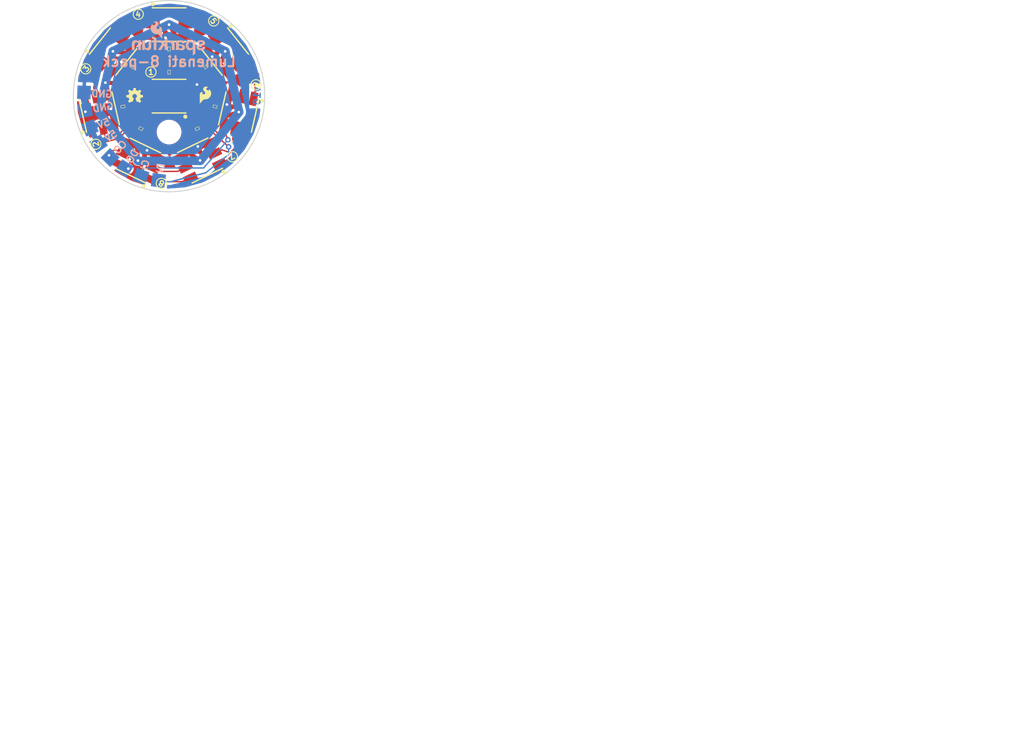
<source format=kicad_pcb>
(kicad_pcb (version 20170123) (host pcbnew no-vcs-found-5013ea2~58~ubuntu16.04.1)

  (general
    (links 52)
    (no_connects 0)
    (area 121.641205 72.114999 273.4474 194.4604)
    (thickness 1.6)
    (drawings 39)
    (tracks 241)
    (zones 0)
    (modules 38)
    (nets 21)
  )

  (page A4)
  (layers
    (0 F.Cu signal hide)
    (31 B.Cu signal hide)
    (32 B.Adhes user hide)
    (33 F.Adhes user hide)
    (34 B.Paste user hide)
    (35 F.Paste user hide)
    (36 B.SilkS user)
    (37 F.SilkS user)
    (38 B.Mask user hide)
    (39 F.Mask user)
    (40 Dwgs.User user)
    (41 Cmts.User user)
    (42 Eco1.User user hide)
    (43 Eco2.User user hide)
    (44 Edge.Cuts user)
    (45 Margin user hide)
    (46 B.CrtYd user hide)
    (47 F.CrtYd user hide)
    (48 B.Fab user hide)
    (49 F.Fab user hide)
  )

  (setup
    (last_trace_width 0.25)
    (user_trace_width 0.2032)
    (user_trace_width 0.254)
    (user_trace_width 0.3048)
    (user_trace_width 0.4064)
    (user_trace_width 0.6096)
    (user_trace_width 0.8128)
    (user_trace_width 1.016)
    (user_trace_width 1.27)
    (trace_clearance 0.2)
    (zone_clearance 0.381)
    (zone_45_only no)
    (trace_min 0.2)
    (segment_width 0.2)
    (edge_width 0.15)
    (via_size 0.8)
    (via_drill 0.4)
    (via_min_size 0.4)
    (via_min_drill 0.3)
    (uvia_size 0.3)
    (uvia_drill 0.1)
    (uvias_allowed no)
    (uvia_min_size 0.2)
    (uvia_min_drill 0.1)
    (pcb_text_width 0.3)
    (pcb_text_size 1.5 1.5)
    (mod_edge_width 0.15)
    (mod_text_size 1 1)
    (mod_text_width 0.15)
    (pad_size 1.524 1.524)
    (pad_drill 0.762)
    (pad_to_mask_clearance 0.1016)
    (aux_axis_origin 0 0)
    (visible_elements FFF9FF7F)
    (pcbplotparams
      (layerselection 0x010fc_ffffffff)
      (usegerberextensions false)
      (excludeedgelayer true)
      (linewidth 0.100000)
      (plotframeref false)
      (viasonmask false)
      (mode 1)
      (useauxorigin false)
      (hpglpennumber 1)
      (hpglpenspeed 20)
      (hpglpendiameter 15)
      (psnegative false)
      (psa4output false)
      (plotreference false)
      (plotvalue false)
      (plotinvisibletext false)
      (padsonsilk false)
      (subtractmaskfromsilk false)
      (outputformat 1)
      (mirror false)
      (drillshape 0)
      (scaleselection 1)
      (outputdirectory ""))
  )

  (net 0 "")
  (net 1 +5V)
  (net 2 GND)
  (net 3 "Net-(J1-Pad1)")
  (net 4 "Net-(J2-Pad1)")
  (net 5 "Net-(J5-Pad1)")
  (net 6 "Net-(J6-Pad1)")
  (net 7 "Net-(LED1-Pad6)")
  (net 8 "Net-(LED1-Pad5)")
  (net 9 "Net-(LED2-Pad5)")
  (net 10 "Net-(LED2-Pad6)")
  (net 11 "Net-(LED3-Pad6)")
  (net 12 "Net-(LED3-Pad5)")
  (net 13 "Net-(LED4-Pad5)")
  (net 14 "Net-(LED4-Pad6)")
  (net 15 "Net-(LED5-Pad6)")
  (net 16 "Net-(LED5-Pad5)")
  (net 17 "Net-(LED6-Pad5)")
  (net 18 "Net-(LED6-Pad6)")
  (net 19 "Net-(LED7-Pad6)")
  (net 20 "Net-(LED7-Pad5)")

  (net_class Default "This is the default net class."
    (clearance 0.2)
    (trace_width 0.25)
    (via_dia 0.8)
    (via_drill 0.4)
    (uvia_dia 0.3)
    (uvia_drill 0.1)
    (add_net +5V)
    (add_net GND)
    (add_net "Net-(J1-Pad1)")
    (add_net "Net-(J2-Pad1)")
    (add_net "Net-(J5-Pad1)")
    (add_net "Net-(J6-Pad1)")
    (add_net "Net-(LED1-Pad5)")
    (add_net "Net-(LED1-Pad6)")
    (add_net "Net-(LED2-Pad5)")
    (add_net "Net-(LED2-Pad6)")
    (add_net "Net-(LED3-Pad5)")
    (add_net "Net-(LED3-Pad6)")
    (add_net "Net-(LED4-Pad5)")
    (add_net "Net-(LED4-Pad6)")
    (add_net "Net-(LED5-Pad5)")
    (add_net "Net-(LED5-Pad6)")
    (add_net "Net-(LED6-Pad5)")
    (add_net "Net-(LED6-Pad6)")
    (add_net "Net-(LED7-Pad5)")
    (add_net "Net-(LED7-Pad6)")
  )

  (module Pete:APA102_3 (layer F.Cu) (tedit 591CA5E4) (tstamp 59167D4D)
    (at 142.0876 107.3658 334.3)
    (path /59134437)
    (fp_text reference U8 (at 0 3.556 334.3) (layer F.SilkS) hide
      (effects (font (size 0.889 0.889) (thickness 0.22225)))
    )
    (fp_text value APA102 (at 0 0 64.3) (layer F.SilkS) hide
      (effects (font (size 0.889 0.6) (thickness 0.15)))
    )
    (fp_line (start -2.5 -2.5) (end 2.5 -2.5) (layer F.SilkS) (width 0.2032))
    (fp_line (start -2.5 2.5) (end 2.5 2.5) (layer F.SilkS) (width 0.2032))
    (fp_circle (center 2.413 3.048) (end 2.54 3.2385) (layer F.SilkS) (width 0.15))
    (fp_circle (center 2.413 3.048) (end 2.4765 3.1115) (layer F.SilkS) (width 0.15))
    (pad 6 smd rect (at -2.4 1.700001 154.3) (size 2 1.1) (layers F.Cu F.Paste F.Mask)
      (net 6 "Net-(J6-Pad1)") (solder_mask_margin 0.1016))
    (pad 5 smd rect (at -2.399998 0 154.3) (size 2 1.1) (layers F.Cu F.Paste F.Mask)
      (net 5 "Net-(J5-Pad1)") (solder_mask_margin 0.1016))
    (pad 4 smd rect (at -2.4 -1.7 154.3) (size 2 1.1) (layers F.Cu F.Paste F.Mask)
      (net 1 +5V) (solder_mask_margin 0.1016))
    (pad 3 smd rect (at 2.4 -1.700001 334.3) (size 2 1.1) (layers F.Cu F.Paste F.Mask)
      (net 2 GND) (solder_mask_margin 0.1016))
    (pad 2 smd rect (at 2.399998 0 334.3) (size 2 1.1) (layers F.Cu F.Paste F.Mask)
      (net 20 "Net-(LED7-Pad5)") (solder_mask_margin 0.1016))
    (pad 1 smd rect (at 2.4 1.7 334.3) (size 2 1.1) (layers F.Cu F.Paste F.Mask)
      (net 19 "Net-(LED7-Pad6)") (solder_mask_margin 0.1016))
  )

  (module Pete:APA102_3 (layer F.Cu) (tedit 591CA5E4) (tstamp 59167D3E)
    (at 151.2824 107.3404 25.7)
    (path /591343A0)
    (fp_text reference U7 (at 0 3.556 25.7) (layer F.SilkS) hide
      (effects (font (size 0.889 0.889) (thickness 0.22225)))
    )
    (fp_text value APA102 (at 0 0 115.7) (layer F.SilkS) hide
      (effects (font (size 0.889 0.6) (thickness 0.15)))
    )
    (fp_line (start -2.5 -2.5) (end 2.5 -2.5) (layer F.SilkS) (width 0.2032))
    (fp_line (start -2.5 2.5) (end 2.5 2.5) (layer F.SilkS) (width 0.2032))
    (fp_circle (center 2.413 3.048) (end 2.54 3.2385) (layer F.SilkS) (width 0.15))
    (fp_circle (center 2.413 3.048) (end 2.4765 3.1115) (layer F.SilkS) (width 0.15))
    (pad 6 smd rect (at -2.4 1.700001 205.7) (size 2 1.1) (layers F.Cu F.Paste F.Mask)
      (net 19 "Net-(LED7-Pad6)") (solder_mask_margin 0.1016))
    (pad 5 smd rect (at -2.399998 0 205.7) (size 2 1.1) (layers F.Cu F.Paste F.Mask)
      (net 20 "Net-(LED7-Pad5)") (solder_mask_margin 0.1016))
    (pad 4 smd rect (at -2.4 -1.7 205.7) (size 2 1.1) (layers F.Cu F.Paste F.Mask)
      (net 1 +5V) (solder_mask_margin 0.1016))
    (pad 3 smd rect (at 2.4 -1.700001 25.7) (size 2 1.1) (layers F.Cu F.Paste F.Mask)
      (net 2 GND) (solder_mask_margin 0.1016))
    (pad 2 smd rect (at 2.399998 0 25.7) (size 2 1.1) (layers F.Cu F.Paste F.Mask)
      (net 17 "Net-(LED6-Pad5)") (solder_mask_margin 0.1016))
    (pad 1 smd rect (at 2.4 1.7 25.7) (size 2 1.1) (layers F.Cu F.Paste F.Mask)
      (net 18 "Net-(LED6-Pad6)") (solder_mask_margin 0.1016))
  )

  (module Pete:APA102_3 (layer F.Cu) (tedit 591CA5E4) (tstamp 59167D20)
    (at 154.9654 91.1606 128.5)
    (path /591342DD)
    (fp_text reference U5 (at 0 3.556 128.5) (layer F.SilkS) hide
      (effects (font (size 0.889 0.889) (thickness 0.22225)))
    )
    (fp_text value APA102 (at 0 0 218.5) (layer F.SilkS) hide
      (effects (font (size 0.889 0.6) (thickness 0.15)))
    )
    (fp_line (start -2.5 -2.5) (end 2.5 -2.5) (layer F.SilkS) (width 0.2032))
    (fp_line (start -2.5 2.5) (end 2.5 2.5) (layer F.SilkS) (width 0.2032))
    (fp_circle (center 2.413 3.048) (end 2.54 3.2385) (layer F.SilkS) (width 0.15))
    (fp_circle (center 2.413 3.048) (end 2.4765 3.1115) (layer F.SilkS) (width 0.15))
    (pad 6 smd rect (at -2.4 1.700001 308.5) (size 2 1.1) (layers F.Cu F.Paste F.Mask)
      (net 15 "Net-(LED5-Pad6)") (solder_mask_margin 0.1016))
    (pad 5 smd rect (at -2.399998 0 308.5) (size 2 1.1) (layers F.Cu F.Paste F.Mask)
      (net 16 "Net-(LED5-Pad5)") (solder_mask_margin 0.1016))
    (pad 4 smd rect (at -2.399999 -1.7 308.5) (size 2 1.1) (layers F.Cu F.Paste F.Mask)
      (net 1 +5V) (solder_mask_margin 0.1016))
    (pad 3 smd rect (at 2.4 -1.700001 128.5) (size 2 1.1) (layers F.Cu F.Paste F.Mask)
      (net 2 GND) (solder_mask_margin 0.1016))
    (pad 2 smd rect (at 2.399998 0 128.5) (size 2 1.1) (layers F.Cu F.Paste F.Mask)
      (net 13 "Net-(LED4-Pad5)") (solder_mask_margin 0.1016))
    (pad 1 smd rect (at 2.399999 1.7 128.5) (size 2 1.1) (layers F.Cu F.Paste F.Mask)
      (net 14 "Net-(LED4-Pad6)") (solder_mask_margin 0.1016))
  )

  (module Pete:APA102_3 (layer F.Cu) (tedit 591CA5E4) (tstamp 59167D11)
    (at 146.685 87.1728 180)
    (path /5913428F)
    (fp_text reference U4 (at 0 3.556 180) (layer F.SilkS) hide
      (effects (font (size 0.889 0.889) (thickness 0.22225)))
    )
    (fp_text value APA102 (at 0 0 270) (layer F.SilkS) hide
      (effects (font (size 0.889 0.6) (thickness 0.15)))
    )
    (fp_line (start -2.5 -2.5) (end 2.5 -2.5) (layer F.SilkS) (width 0.2032))
    (fp_line (start -2.5 2.5) (end 2.5 2.5) (layer F.SilkS) (width 0.2032))
    (fp_circle (center 2.413 3.048) (end 2.54 3.2385) (layer F.SilkS) (width 0.15))
    (fp_circle (center 2.413 3.048) (end 2.4765 3.1115) (layer F.SilkS) (width 0.15))
    (pad 6 smd rect (at -2.4 1.700001) (size 2 1.1) (layers F.Cu F.Paste F.Mask)
      (net 14 "Net-(LED4-Pad6)") (solder_mask_margin 0.1016))
    (pad 5 smd rect (at -2.399998 0) (size 2 1.1) (layers F.Cu F.Paste F.Mask)
      (net 13 "Net-(LED4-Pad5)") (solder_mask_margin 0.1016))
    (pad 4 smd rect (at -2.4 -1.7) (size 2 1.1) (layers F.Cu F.Paste F.Mask)
      (net 1 +5V) (solder_mask_margin 0.1016))
    (pad 3 smd rect (at 2.4 -1.700001 180) (size 2 1.1) (layers F.Cu F.Paste F.Mask)
      (net 2 GND) (solder_mask_margin 0.1016))
    (pad 2 smd rect (at 2.399998 0 180) (size 2 1.1) (layers F.Cu F.Paste F.Mask)
      (net 12 "Net-(LED3-Pad5)") (solder_mask_margin 0.1016))
    (pad 1 smd rect (at 2.4 1.7 180) (size 2 1.1) (layers F.Cu F.Paste F.Mask)
      (net 11 "Net-(LED3-Pad6)") (solder_mask_margin 0.1016))
  )

  (module Pete:APA102_3 (layer F.Cu) (tedit 591CA5E4) (tstamp 59167D02)
    (at 138.3792 91.1606 231.5)
    (path /591341EC)
    (fp_text reference U3 (at 0 3.556 231.5) (layer F.SilkS) hide
      (effects (font (size 0.889 0.889) (thickness 0.22225)))
    )
    (fp_text value APA102 (at 0 0 321.5) (layer F.SilkS) hide
      (effects (font (size 0.889 0.6) (thickness 0.15)))
    )
    (fp_line (start -2.5 -2.5) (end 2.5 -2.5) (layer F.SilkS) (width 0.2032))
    (fp_line (start -2.5 2.5) (end 2.5 2.5) (layer F.SilkS) (width 0.2032))
    (fp_circle (center 2.413 3.048) (end 2.54 3.2385) (layer F.SilkS) (width 0.15))
    (fp_circle (center 2.413 3.048) (end 2.4765 3.1115) (layer F.SilkS) (width 0.15))
    (pad 6 smd rect (at -2.4 1.700001 51.5) (size 2 1.1) (layers F.Cu F.Paste F.Mask)
      (net 11 "Net-(LED3-Pad6)") (solder_mask_margin 0.1016))
    (pad 5 smd rect (at -2.399998 0 51.5) (size 2 1.1) (layers F.Cu F.Paste F.Mask)
      (net 12 "Net-(LED3-Pad5)") (solder_mask_margin 0.1016))
    (pad 4 smd rect (at -2.4 -1.7 51.5) (size 2 1.1) (layers F.Cu F.Paste F.Mask)
      (net 1 +5V) (solder_mask_margin 0.1016))
    (pad 3 smd rect (at 2.4 -1.700001 231.5) (size 2 1.1) (layers F.Cu F.Paste F.Mask)
      (net 2 GND) (solder_mask_margin 0.1016))
    (pad 2 smd rect (at 2.399998 0 231.5) (size 2 1.1) (layers F.Cu F.Paste F.Mask)
      (net 9 "Net-(LED2-Pad5)") (solder_mask_margin 0.1016))
    (pad 1 smd rect (at 2.4 1.7 231.5) (size 2 1.1) (layers F.Cu F.Paste F.Mask)
      (net 10 "Net-(LED2-Pad6)") (solder_mask_margin 0.1016))
  )

  (module Pete:APA102_3 (layer F.Cu) (tedit 591CA5E4) (tstamp 59167CF3)
    (at 136.3218 100.1522 282.8)
    (path /59134180)
    (fp_text reference U2 (at 0 3.556 282.8) (layer F.SilkS) hide
      (effects (font (size 0.889 0.889) (thickness 0.22225)))
    )
    (fp_text value APA102 (at 0 0 12.8) (layer F.SilkS) hide
      (effects (font (size 0.889 0.6) (thickness 0.15)))
    )
    (fp_line (start -2.5 -2.5) (end 2.5 -2.5) (layer F.SilkS) (width 0.2032))
    (fp_line (start -2.5 2.5) (end 2.5 2.5) (layer F.SilkS) (width 0.2032))
    (fp_circle (center 2.413 3.048) (end 2.54 3.2385) (layer F.SilkS) (width 0.15))
    (fp_circle (center 2.413 3.048) (end 2.4765 3.1115) (layer F.SilkS) (width 0.15))
    (pad 6 smd rect (at -2.4 1.700001 102.8) (size 2 1.1) (layers F.Cu F.Paste F.Mask)
      (net 10 "Net-(LED2-Pad6)") (solder_mask_margin 0.1016))
    (pad 5 smd rect (at -2.399998 0 102.8) (size 2 1.1) (layers F.Cu F.Paste F.Mask)
      (net 9 "Net-(LED2-Pad5)") (solder_mask_margin 0.1016))
    (pad 4 smd rect (at -2.4 -1.700001 102.8) (size 2 1.1) (layers F.Cu F.Paste F.Mask)
      (net 1 +5V) (solder_mask_margin 0.1016))
    (pad 3 smd rect (at 2.4 -1.700001 282.8) (size 2 1.1) (layers F.Cu F.Paste F.Mask)
      (net 2 GND) (solder_mask_margin 0.1016))
    (pad 2 smd rect (at 2.399998 0 282.8) (size 2 1.1) (layers F.Cu F.Paste F.Mask)
      (net 8 "Net-(LED1-Pad5)") (solder_mask_margin 0.1016))
    (pad 1 smd rect (at 2.4 1.700001 282.8) (size 2 1.1) (layers F.Cu F.Paste F.Mask)
      (net 7 "Net-(LED1-Pad6)") (solder_mask_margin 0.1016))
  )

  (module Pete:APA102_3 (layer F.Cu) (tedit 591CA5E4) (tstamp 59167CE4)
    (at 146.685 97.79)
    (path /59134083)
    (fp_text reference U1 (at 0 3.556) (layer F.SilkS) hide
      (effects (font (size 0.889 0.889) (thickness 0.22225)))
    )
    (fp_text value APA102 (at 0 0 90) (layer F.SilkS) hide
      (effects (font (size 0.889 0.6) (thickness 0.15)))
    )
    (fp_line (start -2.5 -2.5) (end 2.5 -2.5) (layer F.SilkS) (width 0.2032))
    (fp_line (start -2.5 2.5) (end 2.5 2.5) (layer F.SilkS) (width 0.2032))
    (fp_circle (center 2.413 3.048) (end 2.54 3.2385) (layer F.SilkS) (width 0.15))
    (fp_circle (center 2.413 3.048) (end 2.4765 3.1115) (layer F.SilkS) (width 0.15))
    (pad 6 smd rect (at -2.4 1.700001 180) (size 2 1.1) (layers F.Cu F.Paste F.Mask)
      (net 7 "Net-(LED1-Pad6)") (solder_mask_margin 0.1016))
    (pad 5 smd rect (at -2.399998 0 180) (size 2 1.1) (layers F.Cu F.Paste F.Mask)
      (net 8 "Net-(LED1-Pad5)") (solder_mask_margin 0.1016))
    (pad 4 smd rect (at -2.4 -1.7 180) (size 2 1.1) (layers F.Cu F.Paste F.Mask)
      (net 1 +5V) (solder_mask_margin 0.1016))
    (pad 3 smd rect (at 2.4 -1.700001) (size 2 1.1) (layers F.Cu F.Paste F.Mask)
      (net 2 GND) (solder_mask_margin 0.1016))
    (pad 2 smd rect (at 2.399998 0) (size 2 1.1) (layers F.Cu F.Paste F.Mask)
      (net 3 "Net-(J1-Pad1)") (solder_mask_margin 0.1016))
    (pad 1 smd rect (at 2.4 1.7) (size 2 1.1) (layers F.Cu F.Paste F.Mask)
      (net 4 "Net-(J2-Pad1)") (solder_mask_margin 0.1016))
  )

  (module Pete:APA102_3 (layer F.Cu) (tedit 591CA5E4) (tstamp 59167D2F)
    (at 157.0228 100.1522 77.2)
    (path /5913431A)
    (fp_text reference U6 (at 0 3.556 77.2) (layer F.SilkS) hide
      (effects (font (size 0.889 0.889) (thickness 0.22225)))
    )
    (fp_text value APA102 (at 0 0 167.2) (layer F.SilkS) hide
      (effects (font (size 0.889 0.6) (thickness 0.15)))
    )
    (fp_line (start -2.5 -2.5) (end 2.5 -2.5) (layer F.SilkS) (width 0.2032))
    (fp_line (start -2.5 2.5) (end 2.5 2.5) (layer F.SilkS) (width 0.2032))
    (fp_circle (center 2.413 3.048) (end 2.54 3.2385) (layer F.SilkS) (width 0.15))
    (fp_circle (center 2.413 3.048) (end 2.4765 3.1115) (layer F.SilkS) (width 0.15))
    (pad 6 smd rect (at -2.4 1.700001 257.2) (size 2 1.1) (layers F.Cu F.Paste F.Mask)
      (net 18 "Net-(LED6-Pad6)") (solder_mask_margin 0.1016))
    (pad 5 smd rect (at -2.399998 0 257.2) (size 2 1.1) (layers F.Cu F.Paste F.Mask)
      (net 17 "Net-(LED6-Pad5)") (solder_mask_margin 0.1016))
    (pad 4 smd rect (at -2.4 -1.7 257.2) (size 2 1.1) (layers F.Cu F.Paste F.Mask)
      (net 1 +5V) (solder_mask_margin 0.1016))
    (pad 3 smd rect (at 2.4 -1.700001 77.2) (size 2 1.1) (layers F.Cu F.Paste F.Mask)
      (net 2 GND) (solder_mask_margin 0.1016))
    (pad 2 smd rect (at 2.399998 0 77.2) (size 2 1.1) (layers F.Cu F.Paste F.Mask)
      (net 16 "Net-(LED5-Pad5)") (solder_mask_margin 0.1016))
    (pad 1 smd rect (at 2.4 1.7 77.2) (size 2 1.1) (layers F.Cu F.Paste F.Mask)
      (net 15 "Net-(LED5-Pad6)") (solder_mask_margin 0.1016))
  )

  (module Pete:0603_revised (layer F.Cu) (tedit 5914AE47) (tstamp 59167C0F)
    (at 146.685 94.234)
    (path /591344EB)
    (attr smd)
    (fp_text reference C1 (at 0.127 -0.9652) (layer F.SilkS) hide
      (effects (font (size 0.4064 0.4064) (thickness 0.0254)))
    )
    (fp_text value C (at 0.2032 0.9398) (layer F.SilkS) hide
      (effects (font (size 0.4064 0.4064) (thickness 0.0254)))
    )
    (fp_line (start -0.3556 0.41656) (end 0.3556 0.41656) (layer Dwgs.User) (width 0.1016))
    (fp_line (start -0.3556 -0.4318) (end 0.3556 -0.4318) (layer Dwgs.User) (width 0.1016))
    (fp_line (start -1.47066 0.98298) (end -1.47066 -0.98298) (layer Dwgs.User) (width 0.0508))
    (fp_line (start 1.47066 0.98298) (end -1.47066 0.98298) (layer Dwgs.User) (width 0.0508))
    (fp_line (start 1.47066 -0.98298) (end 1.47066 0.98298) (layer Dwgs.User) (width 0.0508))
    (fp_line (start -1.47066 -0.98298) (end 1.47066 -0.98298) (layer Dwgs.User) (width 0.0508))
    (fp_line (start -0.19812 0.29972) (end -0.19812 -0.29972) (layer F.SilkS) (width 0.06604))
    (fp_line (start -0.19812 -0.29972) (end 0.19812 -0.29972) (layer F.SilkS) (width 0.06604))
    (fp_line (start 0.19812 0.29972) (end 0.19812 -0.29972) (layer F.SilkS) (width 0.06604))
    (fp_line (start -0.19812 0.29972) (end 0.19812 0.29972) (layer F.SilkS) (width 0.06604))
    (fp_line (start 0.3302 0.4699) (end 0.3302 -0.48006) (layer Dwgs.User) (width 0.06604))
    (fp_line (start 0.3302 -0.48006) (end 0.82804 -0.48006) (layer Dwgs.User) (width 0.06604))
    (fp_line (start 0.82804 0.4699) (end 0.82804 -0.48006) (layer Dwgs.User) (width 0.06604))
    (fp_line (start 0.3302 0.4699) (end 0.82804 0.4699) (layer Dwgs.User) (width 0.06604))
    (fp_line (start -0.8382 0.4699) (end -0.8382 -0.48006) (layer Dwgs.User) (width 0.06604))
    (fp_line (start -0.8382 -0.48006) (end -0.33782 -0.48006) (layer Dwgs.User) (width 0.06604))
    (fp_line (start -0.33782 0.4699) (end -0.33782 -0.48006) (layer Dwgs.User) (width 0.06604))
    (fp_line (start -0.8382 0.4699) (end -0.33782 0.4699) (layer Dwgs.User) (width 0.06604))
    (pad 2 smd rect (at 0.84836 0) (size 1.09982 0.99822) (layers F.Cu F.Paste F.Mask)
      (net 2 GND))
    (pad 1 smd rect (at -0.84836 0) (size 1.09982 0.99822) (layers F.Cu F.Paste F.Mask)
      (net 1 +5V))
  )

  (module Pete:0603_revised (layer F.Cu) (tedit 5914AE47) (tstamp 59167C27)
    (at 139.827 99.3394 282.8)
    (path /59134598)
    (attr smd)
    (fp_text reference C2 (at 0.127 -0.9652 282.8) (layer F.SilkS) hide
      (effects (font (size 0.4064 0.4064) (thickness 0.0254)))
    )
    (fp_text value C (at 0.2032 0.9398 282.8) (layer F.SilkS) hide
      (effects (font (size 0.4064 0.4064) (thickness 0.0254)))
    )
    (fp_line (start -0.3556 0.41656) (end 0.3556 0.41656) (layer Dwgs.User) (width 0.1016))
    (fp_line (start -0.3556 -0.4318) (end 0.3556 -0.4318) (layer Dwgs.User) (width 0.1016))
    (fp_line (start -1.47066 0.98298) (end -1.47066 -0.98298) (layer Dwgs.User) (width 0.0508))
    (fp_line (start 1.47066 0.98298) (end -1.47066 0.98298) (layer Dwgs.User) (width 0.0508))
    (fp_line (start 1.47066 -0.98298) (end 1.47066 0.98298) (layer Dwgs.User) (width 0.0508))
    (fp_line (start -1.47066 -0.98298) (end 1.47066 -0.98298) (layer Dwgs.User) (width 0.0508))
    (fp_line (start -0.19812 0.29972) (end -0.19812 -0.29972) (layer F.SilkS) (width 0.06604))
    (fp_line (start -0.19812 -0.29972) (end 0.19812 -0.29972) (layer F.SilkS) (width 0.06604))
    (fp_line (start 0.19812 0.29972) (end 0.19812 -0.29972) (layer F.SilkS) (width 0.06604))
    (fp_line (start -0.19812 0.29972) (end 0.19812 0.29972) (layer F.SilkS) (width 0.06604))
    (fp_line (start 0.3302 0.4699) (end 0.3302 -0.48006) (layer Dwgs.User) (width 0.06604))
    (fp_line (start 0.3302 -0.48006) (end 0.82804 -0.48006) (layer Dwgs.User) (width 0.06604))
    (fp_line (start 0.82804 0.4699) (end 0.82804 -0.48006) (layer Dwgs.User) (width 0.06604))
    (fp_line (start 0.3302 0.4699) (end 0.82804 0.4699) (layer Dwgs.User) (width 0.06604))
    (fp_line (start -0.8382 0.4699) (end -0.8382 -0.48006) (layer Dwgs.User) (width 0.06604))
    (fp_line (start -0.8382 -0.48006) (end -0.33782 -0.48006) (layer Dwgs.User) (width 0.06604))
    (fp_line (start -0.33782 0.4699) (end -0.33782 -0.48006) (layer Dwgs.User) (width 0.06604))
    (fp_line (start -0.8382 0.4699) (end -0.33782 0.4699) (layer Dwgs.User) (width 0.06604))
    (pad 2 smd rect (at 0.84836 0 282.8) (size 1.09982 0.99822) (layers F.Cu F.Paste F.Mask)
      (net 2 GND))
    (pad 1 smd rect (at -0.84836 0 282.8) (size 1.09982 0.99822) (layers F.Cu F.Paste F.Mask)
      (net 1 +5V))
  )

  (module Pete:0603_revised (layer F.Cu) (tedit 5914AE47) (tstamp 59167C3F)
    (at 141.1986 93.4212 231.5)
    (path /59134604)
    (attr smd)
    (fp_text reference C3 (at 0.127 -0.9652 231.5) (layer F.SilkS) hide
      (effects (font (size 0.4064 0.4064) (thickness 0.0254)))
    )
    (fp_text value C (at 0.2032 0.9398 231.5) (layer F.SilkS) hide
      (effects (font (size 0.4064 0.4064) (thickness 0.0254)))
    )
    (fp_line (start -0.3556 0.41656) (end 0.3556 0.41656) (layer Dwgs.User) (width 0.1016))
    (fp_line (start -0.3556 -0.4318) (end 0.3556 -0.4318) (layer Dwgs.User) (width 0.1016))
    (fp_line (start -1.47066 0.98298) (end -1.47066 -0.98298) (layer Dwgs.User) (width 0.0508))
    (fp_line (start 1.47066 0.98298) (end -1.47066 0.98298) (layer Dwgs.User) (width 0.0508))
    (fp_line (start 1.47066 -0.98298) (end 1.47066 0.98298) (layer Dwgs.User) (width 0.0508))
    (fp_line (start -1.47066 -0.98298) (end 1.47066 -0.98298) (layer Dwgs.User) (width 0.0508))
    (fp_line (start -0.19812 0.29972) (end -0.19812 -0.29972) (layer F.SilkS) (width 0.06604))
    (fp_line (start -0.19812 -0.29972) (end 0.19812 -0.29972) (layer F.SilkS) (width 0.06604))
    (fp_line (start 0.19812 0.29972) (end 0.19812 -0.29972) (layer F.SilkS) (width 0.06604))
    (fp_line (start -0.19812 0.29972) (end 0.19812 0.29972) (layer F.SilkS) (width 0.06604))
    (fp_line (start 0.3302 0.4699) (end 0.3302 -0.48006) (layer Dwgs.User) (width 0.06604))
    (fp_line (start 0.3302 -0.48006) (end 0.82804 -0.48006) (layer Dwgs.User) (width 0.06604))
    (fp_line (start 0.82804 0.4699) (end 0.82804 -0.48006) (layer Dwgs.User) (width 0.06604))
    (fp_line (start 0.3302 0.4699) (end 0.82804 0.4699) (layer Dwgs.User) (width 0.06604))
    (fp_line (start -0.8382 0.4699) (end -0.8382 -0.48006) (layer Dwgs.User) (width 0.06604))
    (fp_line (start -0.8382 -0.48006) (end -0.33782 -0.48006) (layer Dwgs.User) (width 0.06604))
    (fp_line (start -0.33782 0.4699) (end -0.33782 -0.48006) (layer Dwgs.User) (width 0.06604))
    (fp_line (start -0.8382 0.4699) (end -0.33782 0.4699) (layer Dwgs.User) (width 0.06604))
    (pad 2 smd rect (at 0.84836 0.000001 231.5) (size 1.09982 0.99822) (layers F.Cu F.Paste F.Mask)
      (net 2 GND))
    (pad 1 smd rect (at -0.84836 -0.000001 231.5) (size 1.09982 0.99822) (layers F.Cu F.Paste F.Mask)
      (net 1 +5V))
  )

  (module Pete:0603_revised (layer F.Cu) (tedit 5914AE47) (tstamp 59167C57)
    (at 146.685 90.7796 180)
    (path /5913464D)
    (attr smd)
    (fp_text reference C4 (at 0.127 -0.9652 180) (layer F.SilkS) hide
      (effects (font (size 0.4064 0.4064) (thickness 0.0254)))
    )
    (fp_text value C (at 0.2032 0.9398 180) (layer F.SilkS) hide
      (effects (font (size 0.4064 0.4064) (thickness 0.0254)))
    )
    (fp_line (start -0.3556 0.41656) (end 0.3556 0.41656) (layer Dwgs.User) (width 0.1016))
    (fp_line (start -0.3556 -0.4318) (end 0.3556 -0.4318) (layer Dwgs.User) (width 0.1016))
    (fp_line (start -1.47066 0.98298) (end -1.47066 -0.98298) (layer Dwgs.User) (width 0.0508))
    (fp_line (start 1.47066 0.98298) (end -1.47066 0.98298) (layer Dwgs.User) (width 0.0508))
    (fp_line (start 1.47066 -0.98298) (end 1.47066 0.98298) (layer Dwgs.User) (width 0.0508))
    (fp_line (start -1.47066 -0.98298) (end 1.47066 -0.98298) (layer Dwgs.User) (width 0.0508))
    (fp_line (start -0.19812 0.29972) (end -0.19812 -0.29972) (layer F.SilkS) (width 0.06604))
    (fp_line (start -0.19812 -0.29972) (end 0.19812 -0.29972) (layer F.SilkS) (width 0.06604))
    (fp_line (start 0.19812 0.29972) (end 0.19812 -0.29972) (layer F.SilkS) (width 0.06604))
    (fp_line (start -0.19812 0.29972) (end 0.19812 0.29972) (layer F.SilkS) (width 0.06604))
    (fp_line (start 0.3302 0.4699) (end 0.3302 -0.48006) (layer Dwgs.User) (width 0.06604))
    (fp_line (start 0.3302 -0.48006) (end 0.82804 -0.48006) (layer Dwgs.User) (width 0.06604))
    (fp_line (start 0.82804 0.4699) (end 0.82804 -0.48006) (layer Dwgs.User) (width 0.06604))
    (fp_line (start 0.3302 0.4699) (end 0.82804 0.4699) (layer Dwgs.User) (width 0.06604))
    (fp_line (start -0.8382 0.4699) (end -0.8382 -0.48006) (layer Dwgs.User) (width 0.06604))
    (fp_line (start -0.8382 -0.48006) (end -0.33782 -0.48006) (layer Dwgs.User) (width 0.06604))
    (fp_line (start -0.33782 0.4699) (end -0.33782 -0.48006) (layer Dwgs.User) (width 0.06604))
    (fp_line (start -0.8382 0.4699) (end -0.33782 0.4699) (layer Dwgs.User) (width 0.06604))
    (pad 2 smd rect (at 0.84836 0 180) (size 1.09982 0.99822) (layers F.Cu F.Paste F.Mask)
      (net 2 GND))
    (pad 1 smd rect (at -0.84836 0 180) (size 1.09982 0.99822) (layers F.Cu F.Paste F.Mask)
      (net 1 +5V))
  )

  (module Pete:0603_revised (layer F.Cu) (tedit 5914AE47) (tstamp 59167C6F)
    (at 152.1714 93.4212 128.5)
    (path /591346B3)
    (attr smd)
    (fp_text reference C5 (at 0.127 -0.9652 128.5) (layer F.SilkS) hide
      (effects (font (size 0.4064 0.4064) (thickness 0.0254)))
    )
    (fp_text value C (at 0.2032 0.9398 128.5) (layer F.SilkS) hide
      (effects (font (size 0.4064 0.4064) (thickness 0.0254)))
    )
    (fp_line (start -0.3556 0.41656) (end 0.3556 0.41656) (layer Dwgs.User) (width 0.1016))
    (fp_line (start -0.3556 -0.4318) (end 0.3556 -0.4318) (layer Dwgs.User) (width 0.1016))
    (fp_line (start -1.47066 0.98298) (end -1.47066 -0.98298) (layer Dwgs.User) (width 0.0508))
    (fp_line (start 1.47066 0.98298) (end -1.47066 0.98298) (layer Dwgs.User) (width 0.0508))
    (fp_line (start 1.47066 -0.98298) (end 1.47066 0.98298) (layer Dwgs.User) (width 0.0508))
    (fp_line (start -1.47066 -0.98298) (end 1.47066 -0.98298) (layer Dwgs.User) (width 0.0508))
    (fp_line (start -0.19812 0.29972) (end -0.19812 -0.29972) (layer F.SilkS) (width 0.06604))
    (fp_line (start -0.19812 -0.29972) (end 0.19812 -0.29972) (layer F.SilkS) (width 0.06604))
    (fp_line (start 0.19812 0.29972) (end 0.19812 -0.29972) (layer F.SilkS) (width 0.06604))
    (fp_line (start -0.19812 0.29972) (end 0.19812 0.29972) (layer F.SilkS) (width 0.06604))
    (fp_line (start 0.3302 0.4699) (end 0.3302 -0.48006) (layer Dwgs.User) (width 0.06604))
    (fp_line (start 0.3302 -0.48006) (end 0.82804 -0.48006) (layer Dwgs.User) (width 0.06604))
    (fp_line (start 0.82804 0.4699) (end 0.82804 -0.48006) (layer Dwgs.User) (width 0.06604))
    (fp_line (start 0.3302 0.4699) (end 0.82804 0.4699) (layer Dwgs.User) (width 0.06604))
    (fp_line (start -0.8382 0.4699) (end -0.8382 -0.48006) (layer Dwgs.User) (width 0.06604))
    (fp_line (start -0.8382 -0.48006) (end -0.33782 -0.48006) (layer Dwgs.User) (width 0.06604))
    (fp_line (start -0.33782 0.4699) (end -0.33782 -0.48006) (layer Dwgs.User) (width 0.06604))
    (fp_line (start -0.8382 0.4699) (end -0.33782 0.4699) (layer Dwgs.User) (width 0.06604))
    (pad 2 smd rect (at 0.84836 -0.000001 128.5) (size 1.09982 0.99822) (layers F.Cu F.Paste F.Mask)
      (net 2 GND))
    (pad 1 smd rect (at -0.84836 0.000001 128.5) (size 1.09982 0.99822) (layers F.Cu F.Paste F.Mask)
      (net 1 +5V))
  )

  (module Pete:0603_revised (layer F.Cu) (tedit 5914AE47) (tstamp 59167C87)
    (at 153.5176 99.3394 77.2)
    (path /59134764)
    (attr smd)
    (fp_text reference C6 (at 0.127001 -0.9652 77.2) (layer F.SilkS) hide
      (effects (font (size 0.4064 0.4064) (thickness 0.0254)))
    )
    (fp_text value C (at 0.2032 0.9398 77.2) (layer F.SilkS) hide
      (effects (font (size 0.4064 0.4064) (thickness 0.0254)))
    )
    (fp_line (start -0.3556 0.41656) (end 0.3556 0.41656) (layer Dwgs.User) (width 0.1016))
    (fp_line (start -0.3556 -0.4318) (end 0.3556 -0.4318) (layer Dwgs.User) (width 0.1016))
    (fp_line (start -1.47066 0.98298) (end -1.47066 -0.98298) (layer Dwgs.User) (width 0.0508))
    (fp_line (start 1.47066 0.98298) (end -1.47066 0.98298) (layer Dwgs.User) (width 0.0508))
    (fp_line (start 1.47066 -0.98298) (end 1.47066 0.98298) (layer Dwgs.User) (width 0.0508))
    (fp_line (start -1.47066 -0.98298) (end 1.47066 -0.98298) (layer Dwgs.User) (width 0.0508))
    (fp_line (start -0.19812 0.29972) (end -0.19812 -0.29972) (layer F.SilkS) (width 0.06604))
    (fp_line (start -0.19812 -0.29972) (end 0.19812 -0.29972) (layer F.SilkS) (width 0.06604))
    (fp_line (start 0.19812 0.29972) (end 0.19812 -0.29972) (layer F.SilkS) (width 0.06604))
    (fp_line (start -0.19812 0.29972) (end 0.19812 0.29972) (layer F.SilkS) (width 0.06604))
    (fp_line (start 0.3302 0.4699) (end 0.3302 -0.48006) (layer Dwgs.User) (width 0.06604))
    (fp_line (start 0.3302 -0.48006) (end 0.82804 -0.48006) (layer Dwgs.User) (width 0.06604))
    (fp_line (start 0.82804 0.4699) (end 0.82804 -0.48006) (layer Dwgs.User) (width 0.06604))
    (fp_line (start 0.3302 0.4699) (end 0.82804 0.4699) (layer Dwgs.User) (width 0.06604))
    (fp_line (start -0.8382 0.4699) (end -0.8382 -0.48006) (layer Dwgs.User) (width 0.06604))
    (fp_line (start -0.8382 -0.48006) (end -0.33782 -0.48006) (layer Dwgs.User) (width 0.06604))
    (fp_line (start -0.33782 0.4699) (end -0.33782 -0.48006) (layer Dwgs.User) (width 0.06604))
    (fp_line (start -0.8382 0.4699) (end -0.33782 0.4699) (layer Dwgs.User) (width 0.06604))
    (pad 2 smd rect (at 0.84836 0 77.2) (size 1.09982 0.99822) (layers F.Cu F.Paste F.Mask)
      (net 2 GND))
    (pad 1 smd rect (at -0.84836 0 77.2) (size 1.09982 0.99822) (layers F.Cu F.Paste F.Mask)
      (net 1 +5V))
  )

  (module Pete:0603_revised (layer F.Cu) (tedit 5914AE47) (tstamp 59167C9F)
    (at 150.876 102.616 295.7)
    (path /591347F6)
    (attr smd)
    (fp_text reference C7 (at 0.127 -0.9652 295.7) (layer F.SilkS) hide
      (effects (font (size 0.4064 0.4064) (thickness 0.0254)))
    )
    (fp_text value C (at 0.2032 0.9398 295.7) (layer F.SilkS) hide
      (effects (font (size 0.4064 0.4064) (thickness 0.0254)))
    )
    (fp_line (start -0.3556 0.41656) (end 0.3556 0.41656) (layer Dwgs.User) (width 0.1016))
    (fp_line (start -0.3556 -0.4318) (end 0.3556 -0.4318) (layer Dwgs.User) (width 0.1016))
    (fp_line (start -1.47066 0.98298) (end -1.47066 -0.98298) (layer Dwgs.User) (width 0.0508))
    (fp_line (start 1.47066 0.98298) (end -1.47066 0.98298) (layer Dwgs.User) (width 0.0508))
    (fp_line (start 1.47066 -0.98298) (end 1.47066 0.98298) (layer Dwgs.User) (width 0.0508))
    (fp_line (start -1.47066 -0.98298) (end 1.47066 -0.98298) (layer Dwgs.User) (width 0.0508))
    (fp_line (start -0.19812 0.29972) (end -0.19812 -0.29972) (layer F.SilkS) (width 0.06604))
    (fp_line (start -0.19812 -0.29972) (end 0.19812 -0.29972) (layer F.SilkS) (width 0.06604))
    (fp_line (start 0.19812 0.29972) (end 0.19812 -0.29972) (layer F.SilkS) (width 0.06604))
    (fp_line (start -0.19812 0.29972) (end 0.19812 0.29972) (layer F.SilkS) (width 0.06604))
    (fp_line (start 0.3302 0.4699) (end 0.3302 -0.48006) (layer Dwgs.User) (width 0.06604))
    (fp_line (start 0.3302 -0.48006) (end 0.82804 -0.48006) (layer Dwgs.User) (width 0.06604))
    (fp_line (start 0.82804 0.4699) (end 0.82804 -0.48006) (layer Dwgs.User) (width 0.06604))
    (fp_line (start 0.3302 0.4699) (end 0.82804 0.4699) (layer Dwgs.User) (width 0.06604))
    (fp_line (start -0.8382 0.4699) (end -0.8382 -0.48006) (layer Dwgs.User) (width 0.06604))
    (fp_line (start -0.8382 -0.48006) (end -0.33782 -0.48006) (layer Dwgs.User) (width 0.06604))
    (fp_line (start -0.33782 0.4699) (end -0.33782 -0.48006) (layer Dwgs.User) (width 0.06604))
    (fp_line (start -0.8382 0.4699) (end -0.33782 0.4699) (layer Dwgs.User) (width 0.06604))
    (pad 2 smd rect (at 0.84836 0 295.7) (size 1.09982 0.99822) (layers F.Cu F.Paste F.Mask)
      (net 2 GND))
    (pad 1 smd rect (at -0.84836 0 295.7) (size 1.09982 0.99822) (layers F.Cu F.Paste F.Mask)
      (net 1 +5V))
  )

  (module Pete:0603_revised (layer F.Cu) (tedit 5914AE47) (tstamp 59167CB7)
    (at 142.494 102.616 64.3)
    (path /59134865)
    (attr smd)
    (fp_text reference C8 (at 0.127 -0.9652 64.3) (layer F.SilkS) hide
      (effects (font (size 0.4064 0.4064) (thickness 0.0254)))
    )
    (fp_text value C (at 0.2032 0.9398 64.3) (layer F.SilkS) hide
      (effects (font (size 0.4064 0.4064) (thickness 0.0254)))
    )
    (fp_line (start -0.3556 0.41656) (end 0.3556 0.41656) (layer Dwgs.User) (width 0.1016))
    (fp_line (start -0.3556 -0.4318) (end 0.3556 -0.4318) (layer Dwgs.User) (width 0.1016))
    (fp_line (start -1.47066 0.98298) (end -1.47066 -0.98298) (layer Dwgs.User) (width 0.0508))
    (fp_line (start 1.47066 0.98298) (end -1.47066 0.98298) (layer Dwgs.User) (width 0.0508))
    (fp_line (start 1.47066 -0.98298) (end 1.47066 0.98298) (layer Dwgs.User) (width 0.0508))
    (fp_line (start -1.47066 -0.98298) (end 1.47066 -0.98298) (layer Dwgs.User) (width 0.0508))
    (fp_line (start -0.19812 0.29972) (end -0.19812 -0.29972) (layer F.SilkS) (width 0.06604))
    (fp_line (start -0.19812 -0.29972) (end 0.19812 -0.29972) (layer F.SilkS) (width 0.06604))
    (fp_line (start 0.19812 0.29972) (end 0.19812 -0.29972) (layer F.SilkS) (width 0.06604))
    (fp_line (start -0.19812 0.29972) (end 0.19812 0.29972) (layer F.SilkS) (width 0.06604))
    (fp_line (start 0.3302 0.4699) (end 0.3302 -0.48006) (layer Dwgs.User) (width 0.06604))
    (fp_line (start 0.3302 -0.48006) (end 0.82804 -0.48006) (layer Dwgs.User) (width 0.06604))
    (fp_line (start 0.82804 0.4699) (end 0.82804 -0.48006) (layer Dwgs.User) (width 0.06604))
    (fp_line (start 0.3302 0.4699) (end 0.82804 0.4699) (layer Dwgs.User) (width 0.06604))
    (fp_line (start -0.8382 0.4699) (end -0.8382 -0.48006) (layer Dwgs.User) (width 0.06604))
    (fp_line (start -0.8382 -0.48006) (end -0.33782 -0.48006) (layer Dwgs.User) (width 0.06604))
    (fp_line (start -0.33782 0.4699) (end -0.33782 -0.48006) (layer Dwgs.User) (width 0.06604))
    (fp_line (start -0.8382 0.4699) (end -0.33782 0.4699) (layer Dwgs.User) (width 0.06604))
    (pad 2 smd rect (at 0.84836 0 64.3) (size 1.09982 0.99822) (layers F.Cu F.Paste F.Mask)
      (net 2 GND))
    (pad 1 smd rect (at -0.84836 0 64.3) (size 1.09982 0.99822) (layers F.Cu F.Paste F.Mask)
      (net 1 +5V))
  )

  (module Pete:line (layer F.Cu) (tedit 591372BA) (tstamp 59169151)
    (at 146.685 97.79 102.8)
    (fp_text reference REF** (at -4.572 -1.27 102.8) (layer F.SilkS) hide
      (effects (font (size 1 1) (thickness 0.15)))
    )
    (fp_text value line (at -5.207001 -2.667 102.8) (layer F.Fab) hide
      (effects (font (size 1 1) (thickness 0.15)))
    )
    (fp_line (start 0 0) (end 0 -25.4) (layer Dwgs.User) (width 0.15))
  )

  (module Pete:line (layer B.Cu) (tedit 591372BA) (tstamp 59168AF7)
    (at 146.685 97.79 25.7)
    (fp_text reference REF** (at -4.572 1.27 25.7) (layer B.SilkS) hide
      (effects (font (size 1 1) (thickness 0.15)) (justify mirror))
    )
    (fp_text value line (at -5.207 2.667 25.7) (layer B.Fab) hide
      (effects (font (size 1 1) (thickness 0.15)) (justify mirror))
    )
    (fp_line (start 0 0) (end 0 25.4) (layer Dwgs.User) (width 0.15))
  )

  (module Pete:line (layer B.Cu) (tedit 591372BA) (tstamp 59168AC0)
    (at 146.685 97.79 77.2)
    (fp_text reference REF** (at -4.572 1.27 77.2) (layer B.SilkS) hide
      (effects (font (size 1 1) (thickness 0.15)) (justify mirror))
    )
    (fp_text value line (at -5.207001 2.667 77.2) (layer B.Fab) hide
      (effects (font (size 1 1) (thickness 0.15)) (justify mirror))
    )
    (fp_line (start 0 0) (end 0 25.4) (layer Dwgs.User) (width 0.15))
  )

  (module Pete:solder_pad_2 (layer B.Cu) (tedit 58FA5B17) (tstamp 59167CBC)
    (at 142.494 109.7026 340)
    (path /59136101)
    (fp_text reference J1 (at 0 -0.5 340) (layer B.SilkS) hide
      (effects (font (size 1 1) (thickness 0.15)) (justify mirror))
    )
    (fp_text value M01PTH (at 0 0.5 340) (layer B.Fab)
      (effects (font (size 1 1) (thickness 0.15)) (justify mirror))
    )
    (pad 1 smd rect (at 0 0 340) (size 2 2) (layers B.Cu B.Paste B.Mask)
      (net 3 "Net-(J1-Pad1)"))
  )

  (module Pete:solder_pad_2 (layer B.Cu) (tedit 58FA5B17) (tstamp 59167CC1)
    (at 145.1102 110.3122 352)
    (path /5913616A)
    (fp_text reference J2 (at 0 -0.5 352) (layer B.SilkS) hide
      (effects (font (size 1 1) (thickness 0.15)) (justify mirror))
    )
    (fp_text value M01PTH (at 0 0.5 352) (layer B.Fab)
      (effects (font (size 1 1) (thickness 0.15)) (justify mirror))
    )
    (pad 1 smd rect (at 0 0 352) (size 2 2) (layers B.Cu B.Paste B.Mask)
      (net 4 "Net-(J2-Pad1)"))
  )

  (module Pete:solder_pad_2 (layer B.Cu) (tedit 58FA5B17) (tstamp 59167CC6)
    (at 136.2202 104.8512 304)
    (path /59135F76)
    (fp_text reference J3 (at 0 -0.5 304) (layer B.SilkS) hide
      (effects (font (size 1 1) (thickness 0.15)) (justify mirror))
    )
    (fp_text value M01PTH (at 0 0.5 304) (layer B.Fab)
      (effects (font (size 1 1) (thickness 0.15)) (justify mirror))
    )
    (pad 1 smd rect (at 0 0 304) (size 2 2) (layers B.Cu B.Paste B.Mask)
      (net 1 +5V))
  )

  (module Pete:solder_pad_2 (layer B.Cu) (tedit 58FA5B17) (tstamp 59167CCB)
    (at 134.239 99.8982 280)
    (path /5913608D)
    (fp_text reference J4 (at 0 -0.5 280) (layer B.SilkS) hide
      (effects (font (size 1 1) (thickness 0.15)) (justify mirror))
    )
    (fp_text value M01PTH (at 0 0.5 280) (layer B.Fab)
      (effects (font (size 1 1) (thickness 0.15)) (justify mirror))
    )
    (pad 1 smd rect (at 0 0 280) (size 2 2) (layers B.Cu B.Paste B.Mask)
      (net 2 GND))
  )

  (module Pete:solder_pad_2 (layer B.Cu) (tedit 58FA5B17) (tstamp 59167CD0)
    (at 137.9474 106.9086 316)
    (path /591361D8)
    (fp_text reference J5 (at 0 -0.5 316) (layer B.SilkS) hide
      (effects (font (size 1 1) (thickness 0.15)) (justify mirror))
    )
    (fp_text value M01PTH (at 0 0.5 316) (layer B.Fab)
      (effects (font (size 1 1) (thickness 0.15)) (justify mirror))
    )
    (pad 1 smd rect (at 0 0 316) (size 2 2) (layers B.Cu B.Paste B.Mask)
      (net 5 "Net-(J5-Pad1)"))
  )

  (module Pete:solder_pad_2 (layer B.Cu) (tedit 58FA5B17) (tstamp 59167CD5)
    (at 140.0556 108.5342 328)
    (path /591362B3)
    (fp_text reference J6 (at 0 -0.5 328) (layer B.SilkS) hide
      (effects (font (size 1 1) (thickness 0.15)) (justify mirror))
    )
    (fp_text value M01PTH (at 0 0.5 328) (layer B.Fab)
      (effects (font (size 1 1) (thickness 0.15)) (justify mirror))
    )
    (pad 1 smd rect (at 0 0 328) (size 2 2) (layers B.Cu B.Paste B.Mask)
      (net 6 "Net-(J6-Pad1)"))
  )

  (module Pete:line (layer F.Cu) (tedit 591372BA) (tstamp 59168A1A)
    (at 146.685 97.79 51.4)
    (fp_text reference REF** (at -4.572001 -1.27 51.4) (layer F.SilkS) hide
      (effects (font (size 1 1) (thickness 0.15)))
    )
    (fp_text value line (at -5.207 -2.667 51.4) (layer F.Fab) hide
      (effects (font (size 1 1) (thickness 0.15)))
    )
    (fp_line (start 0 0) (end 0 -25.4) (layer Dwgs.User) (width 0.15))
  )

  (module Pete:line (layer F.Cu) (tedit 591372BA) (tstamp 59168A87)
    (at 146.685 97.79 308.6)
    (fp_text reference REF** (at -4.572001 -1.27 308.6) (layer F.SilkS) hide
      (effects (font (size 1 1) (thickness 0.15)))
    )
    (fp_text value line (at -5.207 -2.667 308.6) (layer F.Fab) hide
      (effects (font (size 1 1) (thickness 0.15)))
    )
    (fp_line (start 0 0) (end 0 -25.4) (layer Dwgs.User) (width 0.15))
  )

  (module Pete:line (layer F.Cu) (tedit 591372BA) (tstamp 59168AA3)
    (at 146.685 97.79)
    (fp_text reference REF** (at -4.572 -1.27) (layer F.SilkS) hide
      (effects (font (size 1 1) (thickness 0.15)))
    )
    (fp_text value line (at -5.207 -2.667) (layer F.Fab) hide
      (effects (font (size 1 1) (thickness 0.15)))
    )
    (fp_line (start 0 0) (end 0 -25.4) (layer Dwgs.User) (width 0.15))
  )

  (module Pete:line (layer F.Cu) (tedit 591372BA) (tstamp 59168AAC)
    (at 146.685 97.79)
    (fp_text reference REF** (at -4.572 -1.27) (layer F.SilkS) hide
      (effects (font (size 1 1) (thickness 0.15)))
    )
    (fp_text value line (at -5.207001 -2.667) (layer F.Fab) hide
      (effects (font (size 1 1) (thickness 0.15)))
    )
    (fp_line (start 0 0) (end 0 -25.4) (layer Dwgs.User) (width 0.15))
  )

  (module Pete:line (layer F.Cu) (tedit 591372BA) (tstamp 59168AE4)
    (at 146.685 97.79 154.3)
    (fp_text reference REF** (at -4.572 -1.27 154.3) (layer F.SilkS) hide
      (effects (font (size 1 1) (thickness 0.15)))
    )
    (fp_text value line (at -5.207 -2.667 154.3) (layer F.Fab) hide
      (effects (font (size 1 1) (thickness 0.15)))
    )
    (fp_line (start 0 0) (end 0 -25.4) (layer Dwgs.User) (width 0.15))
  )

  (module SparkFun:SFE_LOGO_FLAME_.1 (layer F.Cu) (tedit 200000) (tstamp 591ABB35)
    (at 150.9268 99.2632)
    (descr "SPARKFUN FLAME LOGO - 0.1\" HEIGHT - SILKSCREEN")
    (tags "SPARKFUN FLAME LOGO - 0.1\" HEIGHT - SILKSCREEN")
    (attr virtual)
    (fp_text reference "" (at 0 0) (layer F.SilkS)
      (effects (font (thickness 0.15)))
    )
    (fp_text value "" (at 0 0) (layer F.SilkS)
      (effects (font (thickness 0.15)))
    )
    (fp_poly (pts (xy 1.69926 -2.4892) (xy 1.69926 -2.39776) (xy 1.6891 -2.36982) (xy 1.67894 -2.3495)
      (xy 1.64846 -2.31902) (xy 1.61798 -2.30886) (xy 1.5875 -2.30886) (xy 1.50876 -2.32918)
      (xy 1.46812 -2.3495) (xy 1.43764 -2.36982) (xy 1.39954 -2.39776) (xy 1.33858 -2.45872)
      (xy 1.29794 -2.51968) (xy 1.28778 -2.55778) (xy 1.28778 -2.61874) (xy 1.29794 -2.64922)
      (xy 1.3081 -2.66954) (xy 1.32842 -2.69748) (xy 1.36906 -2.72796) (xy 1.4097 -2.74828)
      (xy 1.45796 -2.75844) (xy 1.4986 -2.7686) (xy 1.55956 -2.7686) (xy 1.57988 -2.75844)
      (xy 1.5875 -2.75844) (xy 1.57988 -2.7686) (xy 1.53924 -2.79908) (xy 1.39954 -2.86766)
      (xy 1.3081 -2.88798) (xy 1.20904 -2.88798) (xy 1.09982 -2.86766) (xy 0.98806 -2.80924)
      (xy 0.89916 -2.73812) (xy 0.84836 -2.65938) (xy 0.81788 -2.56794) (xy 0.81788 -2.4892)
      (xy 0.8382 -2.39776) (xy 0.889 -2.30886) (xy 0.95758 -2.22758) (xy 1.03886 -2.13868)
      (xy 1.10998 -2.06756) (xy 1.13792 -1.98882) (xy 1.13792 -1.9177) (xy 1.1176 -1.85928)
      (xy 1.0795 -1.80848) (xy 1.01854 -1.76784) (xy 0.9398 -1.74752) (xy 0.85852 -1.74752)
      (xy 0.80772 -1.75768) (xy 0.75946 -1.778) (xy 0.6985 -1.83896) (xy 0.67818 -1.86944)
      (xy 0.66802 -1.89992) (xy 0.66802 -1.93802) (xy 0.67818 -1.9685) (xy 0.73914 -2.02946)
      (xy 0.76962 -2.03962) (xy 0.80772 -2.05994) (xy 0.81788 -2.06756) (xy 0.77978 -2.08788)
      (xy 0.65786 -2.08788) (xy 0.59944 -2.07772) (xy 0.54864 -2.06756) (xy 0.49784 -2.04978)
      (xy 0.45974 -2.0193) (xy 0.40894 -1.97866) (xy 0.34798 -1.8796) (xy 0.32766 -1.80848)
      (xy 0.3175 -1.72974) (xy 0.3175 -0.35814) (xy 0.3683 -0.40894) (xy 0.39878 -0.45974)
      (xy 0.44958 -0.508) (xy 0.49784 -0.56896) (xy 0.61976 -0.68834) (xy 0.73914 -0.82804)
      (xy 0.8382 -0.92964) (xy 0.9398 -0.98806) (xy 0.99822 -0.99822) (xy 1.18872 -0.99822)
      (xy 1.3081 -1.01854) (xy 1.41986 -1.04902) (xy 1.51892 -1.08966) (xy 1.61798 -1.14808)
      (xy 1.69926 -1.2192) (xy 1.778 -1.29794) (xy 1.84912 -1.38938) (xy 1.94818 -1.56972)
      (xy 1.99898 -1.75768) (xy 2.00914 -1.92786) (xy 1.97866 -2.08788) (xy 1.92786 -2.23774)
      (xy 1.85928 -2.3495) (xy 1.778 -2.4384)) (layer F.SilkS) (width 0.01))
  )

  (module SparkFun:OSHW-LOGO-MINI (layer F.Cu) (tedit 200000) (tstamp 59207232)
    (at 141.5796 97.79)
    (descr "OPEN-SOURCE HARDWARE (OSHW) LOGO - MINI - SILKSCREEN")
    (tags "OPEN-SOURCE HARDWARE (OSHW) LOGO - MINI - SILKSCREEN")
    (attr virtual)
    (fp_text reference "" (at 0 0) (layer F.SilkS)
      (effects (font (thickness 0.15)))
    )
    (fp_text value "" (at 0 0) (layer F.SilkS)
      (effects (font (thickness 0.15)))
    )
    (fp_poly (pts (xy 1.23444 0.17018) (xy 1.23444 -0.14732) (xy 0.8763 -0.20574) (xy 0.8763 -0.24638)
      (xy 0.86614 -0.25654) (xy 0.86614 -0.27686) (xy 0.85598 -0.28702) (xy 0.84582 -0.30734)
      (xy 0.84582 -0.32512) (xy 0.83566 -0.33528) (xy 0.83566 -0.3556) (xy 0.8255 -0.36576)
      (xy 0.81534 -0.38608) (xy 0.80518 -0.39624) (xy 0.80518 -0.41656) (xy 0.79502 -0.42672)
      (xy 0.78486 -0.44704) (xy 0.7747 -0.4572) (xy 0.98552 -0.74676) (xy 0.75438 -0.9652)
      (xy 0.46482 -0.76708) (xy 0.45466 -0.77724) (xy 0.43434 -0.78486) (xy 0.42418 -0.78486)
      (xy 0.4064 -0.79502) (xy 0.39624 -0.80518) (xy 0.37592 -0.81534) (xy 0.36576 -0.81534)
      (xy 0.34544 -0.8255) (xy 0.33528 -0.83566) (xy 0.31496 -0.83566) (xy 0.29464 -0.84582)
      (xy 0.28448 -0.84582) (xy 0.26416 -0.85598) (xy 0.25654 -0.85598) (xy 0.23622 -0.86614)
      (xy 0.2159 -0.86614) (xy 0.15494 -1.21666) (xy -0.16256 -1.21666) (xy -0.22098 -0.86614)
      (xy -0.23114 -0.86614) (xy -0.25146 -0.85598) (xy -0.27178 -0.85598) (xy -0.28194 -0.84582)
      (xy -0.30226 -0.84582) (xy -0.32258 -0.83566) (xy -0.33274 -0.83566) (xy -0.35306 -0.8255)
      (xy -0.36322 -0.81534) (xy -0.381 -0.81534) (xy -0.39116 -0.80518) (xy -0.41148 -0.79502)
      (xy -0.42164 -0.78486) (xy -0.44196 -0.78486) (xy -0.45212 -0.77724) (xy -0.47244 -0.76708)
      (xy -0.762 -0.9652) (xy -0.98298 -0.74676) (xy -0.78232 -0.4572) (xy -0.79248 -0.44704)
      (xy -0.79248 -0.42672) (xy -0.80264 -0.41656) (xy -0.8128 -0.39624) (xy -0.82296 -0.38608)
      (xy -0.82296 -0.36576) (xy -0.83312 -0.3556) (xy -0.84328 -0.33528) (xy -0.84328 -0.32512)
      (xy -0.86106 -0.28702) (xy -0.86106 -0.27686) (xy -0.87122 -0.25654) (xy -0.87122 -0.24638)
      (xy -0.88138 -0.22606) (xy -0.88138 -0.20574) (xy -1.2319 -0.14732) (xy -1.2319 0.17018)
      (xy -0.88138 0.23114) (xy -0.88138 0.2413) (xy -0.87122 0.26162) (xy -0.87122 0.28194)
      (xy -0.86106 0.2921) (xy -0.86106 0.31242) (xy -0.8509 0.32258) (xy -0.84328 0.34036)
      (xy -0.84328 0.36068) (xy -0.83312 0.37084) (xy -0.83312 0.39116) (xy -0.82296 0.40132)
      (xy -0.8128 0.42164) (xy -0.80264 0.4318) (xy -0.79248 0.45212) (xy -0.79248 0.46228)
      (xy -0.78232 0.4826) (xy -0.98298 0.762) (xy -0.762 0.9906) (xy -0.47244 0.79248)
      (xy -0.46228 0.79248) (xy -0.45212 0.8001) (xy -0.44196 0.8001) (xy -0.4318 0.81026)
      (xy -0.42164 0.81026) (xy -0.41148 0.82042) (xy -0.40132 0.82042) (xy -0.39116 0.83058)
      (xy -0.381 0.83058) (xy -0.37338 0.84074) (xy -0.36322 0.84074) (xy -0.35306 0.8509)
      (xy -0.33274 0.8509) (xy -0.32258 0.86106) (xy -0.12192 0.32258) (xy -0.1524 0.31242)
      (xy -0.19304 0.2921) (xy -0.21336 0.27178) (xy -0.23114 0.26162) (xy -0.25146 0.2413)
      (xy -0.26162 0.22098) (xy -0.28194 0.20066) (xy -0.30226 0.16256) (xy -0.31242 0.13208)
      (xy -0.33274 0.09144) (xy -0.33274 0.06096) (xy -0.3429 0.03048) (xy -0.3429 -0.0254)
      (xy -0.30226 -0.14732) (xy -0.26162 -0.20574) (xy -0.2413 -0.22606) (xy -0.21336 -0.24638)
      (xy -0.19304 -0.2667) (xy -0.16256 -0.28702) (xy -0.13208 -0.29718) (xy -0.1016 -0.31496)
      (xy -0.07112 -0.31496) (xy -0.03302 -0.32512) (xy 0.03556 -0.32512) (xy 0.06604 -0.31496)
      (xy 0.09652 -0.31496) (xy 0.12446 -0.29718) (xy 0.15494 -0.28702) (xy 0.2159 -0.24638)
      (xy 0.25654 -0.20574) (xy 0.29464 -0.14732) (xy 0.3048 -0.11684) (xy 0.32512 -0.08636)
      (xy 0.32512 -0.05588) (xy 0.33528 -0.0254) (xy 0.33528 0.06096) (xy 0.32512 0.09144)
      (xy 0.32512 0.11176) (xy 0.31496 0.13208) (xy 0.3048 0.16256) (xy 0.29464 0.18034)
      (xy 0.27432 0.20066) (xy 0.26416 0.22098) (xy 0.22606 0.26162) (xy 0.20574 0.27178)
      (xy 0.18542 0.2921) (xy 0.12446 0.32258) (xy 0.32512 0.86106) (xy 0.32512 0.8509)
      (xy 0.34544 0.8509) (xy 0.3556 0.84074) (xy 0.36576 0.84074) (xy 0.37592 0.83058)
      (xy 0.38608 0.83058) (xy 0.39624 0.82042) (xy 0.41656 0.82042) (xy 0.42418 0.81026)
      (xy 0.43434 0.81026) (xy 0.45466 0.79248) (xy 0.46482 0.79248) (xy 0.75438 0.9906)
      (xy 0.98552 0.762) (xy 0.7747 0.4826) (xy 0.78486 0.46228) (xy 0.79502 0.45212)
      (xy 0.80518 0.4318) (xy 0.80518 0.42164) (xy 0.81534 0.40132) (xy 0.8255 0.39116)
      (xy 0.83566 0.37084) (xy 0.83566 0.36068) (xy 0.85598 0.32258) (xy 0.85598 0.31242)
      (xy 0.86614 0.2921) (xy 0.86614 0.28194) (xy 0.8763 0.26162) (xy 0.8763 0.2413)
      (xy 0.88646 0.23114)) (layer F.SilkS) (width 0.01))
  )

  (module SparkFun:SFE_LOGO_NAME_FLAME_.1 (layer B.Cu) (tedit 200000) (tstamp 59234DC9)
    (at 152.5016 91.8718 180)
    (descr "SPARKFUN FONT LOGO W/ FLAME - 0.1\" HEIGHT - SILKSCREEN")
    (tags "SPARKFUN FONT LOGO W/ FLAME - 0.1\" HEIGHT - SILKSCREEN")
    (attr virtual)
    (fp_text reference "" (at 0 0 180) (layer B.SilkS)
      (effects (font (thickness 0.15)) (justify mirror))
    )
    (fp_text value "" (at 0 0 180) (layer B.SilkS)
      (effects (font (thickness 0.15)) (justify mirror))
    )
    (fp_poly (pts (xy 8.24992 4.77774) (xy 8.24992 4.699) (xy 8.23976 4.66852) (xy 8.2296 4.63804)
      (xy 8.19912 4.61772) (xy 8.16864 4.60756) (xy 8.09752 4.60756) (xy 8.05942 4.62788)
      (xy 8.01878 4.6482) (xy 7.9883 4.66852) (xy 7.94766 4.699) (xy 7.91972 4.71932)
      (xy 7.88924 4.7498) (xy 7.86892 4.7879) (xy 7.8486 4.81838) (xy 7.83844 4.85902)
      (xy 7.82828 4.8895) (xy 7.83844 4.91998) (xy 7.8486 4.93776) (xy 7.85876 4.96824)
      (xy 7.87908 4.99872) (xy 7.91972 5.0292) (xy 7.95782 5.04952) (xy 8.00862 5.05968)
      (xy 8.04926 5.06984) (xy 8.07974 5.06984) (xy 8.10768 5.05968) (xy 8.13816 5.05968)
      (xy 8.128 5.06984) (xy 8.0899 5.09778) (xy 8.02894 5.12826) (xy 7.94766 5.15874)
      (xy 7.85876 5.18922) (xy 7.7597 5.18922) (xy 7.64794 5.1689) (xy 7.53872 5.10794)
      (xy 7.44982 5.0292) (xy 7.39902 4.95808) (xy 7.36854 4.86918) (xy 7.36854 4.7879)
      (xy 7.38886 4.699) (xy 7.43966 4.60756) (xy 7.50824 4.52882) (xy 7.58952 4.43992)
      (xy 7.6581 4.35864) (xy 7.68858 4.28752) (xy 7.68858 4.21894) (xy 7.66826 4.15798)
      (xy 7.62762 4.10972) (xy 7.5692 4.06908) (xy 7.48792 4.04876) (xy 7.40918 4.04876)
      (xy 7.35838 4.05892) (xy 7.30758 4.07924) (xy 7.27964 4.09956) (xy 7.24916 4.1275)
      (xy 7.22884 4.16814) (xy 7.21868 4.19862) (xy 7.21868 4.2291) (xy 7.22884 4.25958)
      (xy 7.24916 4.28752) (xy 7.26948 4.30784) (xy 7.2898 4.32816) (xy 7.31774 4.33832)
      (xy 7.33806 4.34848) (xy 7.35838 4.35864) (xy 7.36854 4.3688) (xy 7.34822 4.37896)
      (xy 7.3279 4.37896) (xy 7.2898 4.38912) (xy 7.20852 4.38912) (xy 7.14756 4.37896)
      (xy 7.0993 4.35864) (xy 7.0485 4.33832) (xy 7.00786 4.30784) (xy 6.9596 4.2799)
      (xy 6.92912 4.2291) (xy 6.89864 4.16814) (xy 6.87832 4.10972) (xy 6.86816 4.01828)
      (xy 6.858 3.92938) (xy 6.858 2.64922) (xy 6.86816 2.64922) (xy 6.88848 2.6797)
      (xy 6.91896 2.70764) (xy 6.94944 2.74828) (xy 6.9977 2.79908) (xy 7.0485 2.8575)
      (xy 7.10946 2.91846) (xy 7.15772 2.98958) (xy 7.22884 3.05816) (xy 7.2898 3.11912)
      (xy 7.33806 3.17754) (xy 7.38886 3.21818) (xy 7.43966 3.25882) (xy 7.48792 3.2893)
      (xy 7.54888 3.29946) (xy 7.73938 3.29946) (xy 7.85876 3.31978) (xy 7.96798 3.34772)
      (xy 8.06958 3.38836) (xy 8.16864 3.44932) (xy 8.24992 3.5179) (xy 8.32866 3.59918)
      (xy 8.39978 3.68808) (xy 8.49884 3.86842) (xy 8.54964 4.04876) (xy 8.5598 4.2291)
      (xy 8.52932 4.38912) (xy 8.47852 4.52882) (xy 8.40994 4.6482) (xy 8.32866 4.73964)) (layer B.SilkS) (width 0.01))
    (fp_poly (pts (xy 9.99998 2.35966) (xy 10.36828 2.35966) (xy 10.36828 2.159) (xy 10.37844 2.159)
      (xy 10.41908 2.21996) (xy 10.45972 2.25806) (xy 10.50798 2.2987) (xy 10.56894 2.33934)
      (xy 10.6299 2.35966) (xy 10.68832 2.37998) (xy 10.74928 2.3876) (xy 10.8077 2.3876)
      (xy 10.94994 2.37998) (xy 11.05916 2.3495) (xy 11.14806 2.2987) (xy 11.21918 2.22758)
      (xy 11.26998 2.14884) (xy 11.29792 2.04978) (xy 11.31824 1.93802) (xy 11.3284 1.80848)
      (xy 11.3284 0.9398) (xy 10.93978 0.9398) (xy 10.93978 1.7399) (xy 10.92962 1.81864)
      (xy 10.91946 1.88976) (xy 10.9093 1.94818) (xy 10.87882 1.99898) (xy 10.84834 2.03962)
      (xy 10.79754 2.06756) (xy 10.74928 2.07772) (xy 10.68832 2.08788) (xy 10.60958 2.07772)
      (xy 10.54862 2.06756) (xy 10.49782 2.03962) (xy 10.45972 1.98882) (xy 10.42924 1.93802)
      (xy 10.39876 1.86944) (xy 10.3886 1.778) (xy 10.3886 0.9398) (xy 9.99998 0.9398)
      (xy 9.99998 2.17932)) (layer B.SilkS) (width 0.01))
    (fp_poly (pts (xy 9.78916 0.9398) (xy 9.41832 0.9398) (xy 9.41832 1.13792) (xy 9.40816 1.13792)
      (xy 9.36752 1.0795) (xy 9.32942 1.0287) (xy 9.27862 0.98806) (xy 9.21766 0.95758)
      (xy 9.1694 0.9398) (xy 9.10844 0.91948) (xy 9.03986 0.90932) (xy 8.9789 0.89916)
      (xy 8.8392 0.90932) (xy 8.72998 0.94996) (xy 8.63854 0.99822) (xy 8.56996 1.05918)
      (xy 8.51916 1.14808) (xy 8.48868 1.24968) (xy 8.46836 1.3589) (xy 8.46836 2.35966)
      (xy 8.84936 2.35966) (xy 8.84936 1.55956) (xy 8.85952 1.47828) (xy 8.86968 1.39954)
      (xy 8.87984 1.33858) (xy 8.90778 1.29794) (xy 8.93826 1.25984) (xy 8.98906 1.22936)
      (xy 9.03986 1.2192) (xy 9.09828 1.20904) (xy 9.17956 1.2192) (xy 9.23798 1.22936)
      (xy 9.28878 1.25984) (xy 9.32942 1.29794) (xy 9.3599 1.3589) (xy 9.38784 1.42748)
      (xy 9.398 1.50876) (xy 9.398 2.35966) (xy 9.78916 2.35966) (xy 9.78916 1.1176)) (layer B.SilkS) (width 0.01))
    (fp_poly (pts (xy 7.69874 2.09804) (xy 7.30758 2.09804) (xy 7.34822 2.12852) (xy 7.3787 2.159)
      (xy 7.40918 2.18948) (xy 7.44982 2.22758) (xy 7.47776 2.25806) (xy 7.50824 2.28854)
      (xy 7.54888 2.31902) (xy 7.57936 2.35966) (xy 7.69874 2.35966) (xy 7.69874 2.55778)
      (xy 7.72922 2.63906) (xy 7.7597 2.70764) (xy 7.80796 2.7686) (xy 7.87908 2.8194)
      (xy 7.95782 2.8575) (xy 8.05942 2.88798) (xy 8.34898 2.88798) (xy 8.3693 2.87782)
      (xy 8.3693 2.59842) (xy 8.19912 2.59842) (xy 8.15848 2.58826) (xy 8.13816 2.5781)
      (xy 8.11784 2.56794) (xy 8.09752 2.54) (xy 8.0899 2.51968) (xy 8.0899 2.47904)
      (xy 8.07974 2.4384) (xy 8.07974 2.35966) (xy 8.34898 2.35966) (xy 8.34898 2.09804)
      (xy 8.07974 2.09804) (xy 8.07974 0.9398) (xy 7.69874 0.9398) (xy 7.69874 1.94818)) (layer B.SilkS) (width 0.01))
    (fp_poly (pts (xy 6.0579 2.6797) (xy 6.44906 2.88798) (xy 6.44906 1.84912) (xy 6.93928 2.35966)
      (xy 7.39902 2.35966) (xy 6.86816 1.83896) (xy 7.45998 0.9398) (xy 6.98754 0.9398)
      (xy 6.59892 1.56972) (xy 6.44906 1.42748) (xy 6.44906 0.9398) (xy 6.0579 0.9398)) (layer B.SilkS) (width 0.01))
    (fp_poly (pts (xy 4.99872 2.28854) (xy 5.04952 2.2987) (xy 5.08762 2.30886) (xy 5.13842 2.30886)
      (xy 5.18922 2.31902) (xy 5.22986 2.32918) (xy 5.27812 2.33934) (xy 5.32892 2.3495)
      (xy 5.36956 2.35966) (xy 5.36956 2.08788) (xy 5.40766 2.159) (xy 5.4483 2.2098)
      (xy 5.4991 2.26822) (xy 5.5499 2.30886) (xy 5.61848 2.3495) (xy 5.67944 2.36982)
      (xy 5.74802 2.3876) (xy 5.88772 2.3876) (xy 5.89788 2.37998) (xy 5.90804 2.37998)
      (xy 5.90804 2.0193) (xy 5.89788 2.0193) (xy 5.87756 2.02946) (xy 5.76834 2.02946)
      (xy 5.66928 2.0193) (xy 5.588 1.99898) (xy 5.51942 1.95834) (xy 5.46862 1.89992)
      (xy 5.42798 1.8288) (xy 5.40766 1.75768) (xy 5.38988 1.66878) (xy 5.38988 0.9398)
      (xy 4.99872 0.9398) (xy 4.99872 2.11836)) (layer B.SilkS) (width 0.01))
    (fp_poly (pts (xy 4.00812 1.53924) (xy 3.97764 1.52908) (xy 3.95986 1.51892) (xy 3.9497 1.50876)
      (xy 3.92938 1.4986) (xy 3.90906 1.48844) (xy 3.8989 1.47828) (xy 3.87858 1.46812)
      (xy 3.86842 1.4478) (xy 3.85826 1.42748) (xy 3.8481 1.4097) (xy 3.8481 1.38938)
      (xy 3.83794 1.36906) (xy 3.83794 1.31826) (xy 3.8481 1.28778) (xy 3.8481 1.27)
      (xy 3.85826 1.24968) (xy 3.86842 1.23952) (xy 3.87858 1.2192) (xy 3.8989 1.20904)
      (xy 3.90906 1.19888) (xy 3.92938 1.18872) (xy 3.9497 1.17856) (xy 3.96748 1.17856)
      (xy 3.9878 1.1684) (xy 4.00812 1.1684) (xy 4.02844 1.15824) (xy 4.07924 1.15824)
      (xy 4.1275 1.1684) (xy 4.1783 1.1684) (xy 4.21894 1.18872) (xy 4.25958 1.19888)
      (xy 4.28752 1.2192) (xy 4.30784 1.23952) (xy 4.32816 1.27) (xy 4.34848 1.28778)
      (xy 4.35864 1.31826) (xy 4.3688 1.34874) (xy 4.37896 1.36906) (xy 4.38912 1.39954)
      (xy 4.38912 1.62814) (xy 4.37896 1.61798) (xy 4.3688 1.60782) (xy 4.34848 1.60782)
      (xy 4.32816 1.59766) (xy 4.30784 1.5875) (xy 4.28752 1.5875) (xy 4.26974 1.57988)
      (xy 4.2291 1.57988) (xy 4.1783 1.778) (xy 4.24942 1.79832) (xy 4.30784 1.81864)
      (xy 4.35864 1.84912) (xy 4.38912 1.88976) (xy 4.38912 1.99898) (xy 4.37896 2.0193)
      (xy 4.3688 2.03962) (xy 4.35864 2.05994) (xy 4.34848 2.06756) (xy 4.33832 2.08788)
      (xy 4.318 2.09804) (xy 4.29768 2.1082) (xy 4.2799 2.11836) (xy 4.25958 2.11836)
      (xy 4.23926 2.12852) (xy 4.05892 2.12852) (xy 4.0386 2.11836) (xy 4.01828 2.1082)
      (xy 3.99796 2.09804) (xy 3.97764 2.08788) (xy 3.95986 2.07772) (xy 3.9497 2.06756)
      (xy 3.92938 2.04978) (xy 3.91922 2.03962) (xy 3.90906 2.0193) (xy 3.8989 1.98882)
      (xy 3.88874 1.9685) (xy 3.88874 1.9177) (xy 3.49758 1.9177) (xy 3.50774 1.97866)
      (xy 3.5179 2.03962) (xy 3.53822 2.09804) (xy 3.5687 2.13868) (xy 3.59918 2.18948)
      (xy 3.62966 2.22758) (xy 3.66776 2.25806) (xy 3.71856 2.28854) (xy 3.76936 2.31902)
      (xy 3.81762 2.33934) (xy 3.86842 2.3495) (xy 3.92938 2.36982) (xy 3.9878 2.37998)
      (xy 4.0386 2.3876) (xy 4.26974 2.3876) (xy 4.318 2.37998) (xy 4.37896 2.37998)
      (xy 4.42976 2.36982) (xy 4.47802 2.3495) (xy 4.52882 2.33934) (xy 4.57962 2.31902)
      (xy 4.61772 2.28854) (xy 4.65836 2.25806) (xy 4.699 2.22758) (xy 4.72948 2.18948)
      (xy 4.7498 2.14884) (xy 4.76758 2.09804) (xy 4.77774 2.04978) (xy 4.77774 1.17856)
      (xy 4.7879 1.15824) (xy 4.7879 1.06934) (xy 4.79806 1.04902) (xy 4.79806 1.0287)
      (xy 4.80822 1.00838) (xy 4.80822 0.9779) (xy 4.81838 0.95758) (xy 4.82854 0.94996)
      (xy 4.82854 0.9398) (xy 4.43992 0.9398) (xy 4.43992 0.94996) (xy 4.42976 0.95758)
      (xy 4.42976 0.96774) (xy 4.4196 0.9779) (xy 4.4196 1.00838) (xy 4.40944 1.01854)
      (xy 4.40944 1.0795) (xy 4.38912 1.04902) (xy 4.35864 1.0287) (xy 4.33832 1.00838)
      (xy 4.30784 0.98806) (xy 4.2799 0.9779) (xy 4.24942 0.95758) (xy 4.21894 0.94996)
      (xy 4.18846 0.9398) (xy 4.15798 0.92964) (xy 4.1275 0.91948) (xy 4.09956 0.91948)
      (xy 4.06908 0.90932) (xy 4.02844 0.90932) (xy 3.99796 0.89916) (xy 3.88874 0.89916)
      (xy 3.83794 0.90932) (xy 3.78968 0.90932) (xy 3.74904 0.91948) (xy 3.69824 0.9398)
      (xy 3.6576 0.95758) (xy 3.62966 0.9779) (xy 3.58902 0.99822) (xy 3.55854 1.0287)
      (xy 3.53822 1.05918) (xy 3.50774 1.09982) (xy 3.48996 1.12776) (xy 3.4798 1.17856)
      (xy 3.45948 1.2192) (xy 3.45948 1.27) (xy 3.44932 1.31826) (xy 3.46964 1.42748)
      (xy 3.49758 1.51892) (xy 3.53822 1.5875) (xy 3.60934 1.64846) (xy 3.67792 1.6891)
      (xy 3.7592 1.71958) (xy 3.83794 1.7399) (xy 3.92938 1.74752)) (layer B.SilkS) (width 0.01))
    (fp_poly (pts (xy 3.92938 1.74752) (xy 4.01828 1.75768) (xy 4.10972 1.76784) (xy 4.1783 1.778)
      (xy 4.2291 1.57988) (xy 4.20878 1.56972) (xy 4.18846 1.56972) (xy 4.15798 1.55956)
      (xy 4.11988 1.55956) (xy 4.0894 1.5494) (xy 4.04876 1.5494) (xy 4.02844 1.53924)
      (xy 4.00812 1.53924)) (layer B.SilkS) (width 0.01))
    (fp_poly (pts (xy 3.24866 1.23952) (xy 3.1877 1.12776) (xy 3.0988 1.03886) (xy 2.98958 0.95758)
      (xy 2.86766 0.91948) (xy 2.7178 0.89916) (xy 2.65938 0.90932) (xy 2.59842 0.91948)
      (xy 2.54 0.92964) (xy 2.47904 0.95758) (xy 2.42824 0.98806) (xy 2.37998 1.01854)
      (xy 2.33934 1.06934) (xy 2.2987 1.1176) (xy 2.28854 1.1176) (xy 2.28854 0.09906)
      (xy 2.2479 0.1397) (xy 2.19964 0.18796) (xy 2.14884 0.2286) (xy 2.09804 0.26924)
      (xy 2.04978 0.30988) (xy 1.99898 0.35814) (xy 1.95834 0.39878) (xy 1.90754 0.43942)
      (xy 1.90754 2.28854) (xy 1.94818 2.2987) (xy 1.99898 2.30886) (xy 2.04978 2.30886)
      (xy 2.08788 2.31902) (xy 2.13868 2.32918) (xy 2.17932 2.33934) (xy 2.22758 2.3495)
      (xy 2.27838 2.35966) (xy 2.27838 2.17932) (xy 2.31902 2.22758) (xy 2.35966 2.26822)
      (xy 2.40792 2.30886) (xy 2.45872 2.33934) (xy 2.50952 2.36982) (xy 2.56794 2.37998)
      (xy 2.6289 2.3876) (xy 2.69748 2.3876) (xy 2.84988 2.37998) (xy 2.98958 2.32918)
      (xy 3.0988 2.25806) (xy 3.1877 2.159) (xy 3.25882 2.04978) (xy 3.29946 1.9177)
      (xy 3.32994 1.778) (xy 3.33756 1.62814) (xy 2.94894 1.6383) (xy 2.94894 1.72974)
      (xy 2.93878 1.80848) (xy 2.9083 1.88976) (xy 2.87782 1.95834) (xy 2.82956 2.0193)
      (xy 2.7686 2.05994) (xy 2.69748 2.08788) (xy 2.60858 2.09804) (xy 2.52984 2.08788)
      (xy 2.44856 2.05994) (xy 2.39776 2.0193) (xy 2.3495 1.95834) (xy 2.31902 1.88976)
      (xy 2.28854 1.80848) (xy 2.27838 1.72974) (xy 2.27838 1.55956) (xy 2.2987 1.47828)
      (xy 2.31902 1.39954) (xy 2.3495 1.32842) (xy 2.39776 1.27762) (xy 2.45872 1.22936)
      (xy 2.52984 1.20904) (xy 2.61874 1.19888) (xy 2.69748 1.20904) (xy 2.77876 1.22936)
      (xy 2.83972 1.27762) (xy 2.87782 1.32842) (xy 2.9083 1.39954)) (layer B.SilkS) (width 0.01))
    (fp_poly (pts (xy 2.9083 1.39954) (xy 2.93878 1.47828) (xy 2.94894 1.55956) (xy 2.94894 1.6383)
      (xy 3.33756 1.62814) (xy 3.32994 1.48844) (xy 3.29946 1.3589) (xy 3.24866 1.23952)) (layer B.SilkS) (width 0.01))
    (fp_poly (pts (xy 0.80772 1.39954) (xy 0.80772 1.33858) (xy 0.82804 1.28778) (xy 0.85852 1.24968)
      (xy 0.89916 1.2192) (xy 0.9398 1.18872) (xy 0.99822 1.17856) (xy 1.04902 1.1684)
      (xy 1.10998 1.15824) (xy 1.14808 1.1684) (xy 1.18872 1.1684) (xy 1.22936 1.17856)
      (xy 1.27 1.19888) (xy 1.3081 1.22936) (xy 1.33858 1.25984) (xy 1.34874 1.29794)
      (xy 1.3589 1.33858) (xy 1.34874 1.37922) (xy 1.32842 1.41986) (xy 1.28778 1.4478)
      (xy 1.23952 1.47828) (xy 1.17856 1.4986) (xy 1.09982 1.51892) (xy 1.01854 1.53924)
      (xy 0.91948 1.55956) (xy 0.82804 1.57988) (xy 0.7493 1.60782) (xy 0.67818 1.6383)
      (xy 0.6096 1.67894) (xy 0.54864 1.71958) (xy 0.508 1.778) (xy 0.47752 1.84912)
      (xy 0.4699 1.93802) (xy 0.47752 2.05994) (xy 0.51816 2.159) (xy 0.58928 2.23774)
      (xy 0.65786 2.2987) (xy 0.75946 2.3495) (xy 0.85852 2.36982) (xy 0.96774 2.3876)
      (xy 1.19888 2.3876) (xy 1.3081 2.36982) (xy 1.4097 2.33934) (xy 1.4986 2.2987)
      (xy 1.57988 2.23774) (xy 1.6383 2.159) (xy 1.6891 2.05994) (xy 1.70942 1.93802)
      (xy 1.33858 1.93802) (xy 1.32842 1.98882) (xy 1.3081 2.03962) (xy 1.28778 2.06756)
      (xy 1.25984 2.08788) (xy 1.2192 2.1082) (xy 1.1684 2.12852) (xy 0.99822 2.12852)
      (xy 0.96774 2.11836) (xy 0.92964 2.1082) (xy 0.89916 2.09804) (xy 0.87884 2.06756)
      (xy 0.85852 2.03962) (xy 0.85852 1.99898) (xy 0.86868 1.95834) (xy 0.89916 1.9177)
      (xy 0.9398 1.88976) (xy 0.99822 1.85928) (xy 1.05918 1.83896) (xy 1.13792 1.8288)
      (xy 1.2192 1.80848) (xy 1.29794 1.78816) (xy 1.37922 1.76784) (xy 1.46812 1.74752)
      (xy 1.53924 1.70942) (xy 1.60782 1.66878) (xy 1.66878 1.61798) (xy 1.70942 1.55956)
      (xy 1.7399 1.48844) (xy 1.74752 1.39954) (xy 1.72974 1.27) (xy 1.6891 1.15824)
      (xy 1.62814 1.0795) (xy 1.5494 1.00838) (xy 1.4478 0.95758) (xy 1.33858 0.92964)
      (xy 1.2192 0.90932) (xy 1.09982 0.89916) (xy 0.9779 0.90932) (xy 0.85852 0.92964)
      (xy 0.7493 0.95758) (xy 0.6477 1.00838) (xy 0.56896 1.0795) (xy 0.49784 1.1684)
      (xy 0.45974 1.27) (xy 0.43942 1.39954) (xy 0.75946 1.39954)) (layer B.SilkS) (width 0.01))
  )

  (module SparkFun:FIDUCIAL-MICRO (layer F.Cu) (tedit 200000) (tstamp 592629B7)
    (at 133.5532 94.8944)
    (descr "FIDUCIAL - CIRCLE, 0.25IN")
    (tags "FIDUCIAL - CIRCLE, 0.25IN")
    (attr smd)
    (fp_text reference "" (at 0 0) (layer F.SilkS)
      (effects (font (thickness 0.15)))
    )
    (fp_text value "" (at 0 0) (layer F.SilkS)
      (effects (font (thickness 0.15)))
    )
    (pad 1 smd circle (at 0 0) (size 0.635 0.635) (layers F.Cu F.Paste F.Mask))
  )

  (module SparkFun:FIDUCIAL-MICRO (layer F.Cu) (tedit 200000) (tstamp 592629C0)
    (at 159.766 94.615)
    (descr "FIDUCIAL - CIRCLE, 0.25IN")
    (tags "FIDUCIAL - CIRCLE, 0.25IN")
    (attr smd)
    (fp_text reference "" (at 0 0) (layer F.SilkS)
      (effects (font (thickness 0.15)))
    )
    (fp_text value "" (at 0 0) (layer F.SilkS)
      (effects (font (thickness 0.15)))
    )
    (pad 1 smd circle (at 0 0) (size 0.635 0.635) (layers F.Cu F.Paste F.Mask))
  )

  (module Pete:STAND-OFF_115 (layer F.Cu) (tedit 59160095) (tstamp 592F0228)
    (at 146.685 103.124)
    (descr "STAND OFF")
    (tags "STAND OFF")
    (attr virtual)
    (fp_text reference Ref** (at 0 0) (layer F.SilkS) hide
      (effects (font (thickness 0.15)))
    )
    (fp_text value Val** (at 0 0) (layer F.SilkS) hide
      (effects (font (thickness 0.15)))
    )
    (fp_circle (center 0 0) (end 2.794 0) (layer Dwgs.User) (width 0.15))
    (fp_circle (center 0 0) (end -1.397 1.397) (layer Dwgs.User) (width 0.0635))
    (fp_circle (center 0 0) (end -0.8255 0.8255) (layer Dwgs.User) (width 0.127))
    (fp_line (start -1.651 0) (end 1.651 0) (layer Dwgs.User) (width 0.127))
    (fp_line (start 0 1.651) (end 0 -1.651) (layer Dwgs.User) (width 0.127))
    (fp_arc (start 0 0) (end 0 -1.8542) (angle 180) (layer Dwgs.User) (width 0.2032))
    (fp_arc (start 0 0) (end 0 1.8542) (angle 180) (layer Dwgs.User) (width 0.2032))
    (fp_arc (start 0 0) (end 0 -1.8542) (angle 180) (layer Dwgs.User) (width 0.2032))
    (fp_arc (start 0 0) (end 0 1.8542) (angle 180) (layer Dwgs.User) (width 0.2032))
    (pad "" np_thru_hole circle (at 0 0) (size 2.921 2.921) (drill 2.921) (layers *.Cu *.Mask))
  )

  (module Pete:solder_pad_2 (layer B.Cu) (tedit 58FA5B17) (tstamp 591D19DF)
    (at 134.9502 102.489 292)
    (path /591A7CA4)
    (fp_text reference J7 (at 0 -0.5 292) (layer B.SilkS) hide
      (effects (font (size 1 1) (thickness 0.15)) (justify mirror))
    )
    (fp_text value M01PTH (at 0 0.5 292) (layer B.Fab)
      (effects (font (size 1 1) (thickness 0.15)) (justify mirror))
    )
    (pad 1 smd rect (at 0 0 292) (size 2 2) (layers B.Cu B.Paste B.Mask)
      (net 1 +5V))
  )

  (module Pete:solder_pad_2 (layer B.Cu) (tedit 58FA5B17) (tstamp 591D19E4)
    (at 134.0612 97.2312 268)
    (path /591A7E0C)
    (fp_text reference J8 (at 0 -0.5 268) (layer B.SilkS) hide
      (effects (font (size 1 1) (thickness 0.15)) (justify mirror))
    )
    (fp_text value M01PTH (at 0 0.5 268) (layer B.Fab)
      (effects (font (size 1 1) (thickness 0.15)) (justify mirror))
    )
    (pad 1 smd rect (at 0 0 268) (size 2 2) (layers B.Cu B.Paste B.Mask)
      (net 2 GND))
  )

  (gr_circle (center 145.542 110.744) (end 146.177 111.1758) (layer F.SilkS) (width 0.15))
  (gr_circle (center 142.113 85.6234) (end 142.6972 86.106) (layer F.SilkS) (width 0.15))
  (gr_circle (center 153.3144 86.614) (end 154.0256 86.8934) (layer F.SilkS) (width 0.15))
  (gr_circle (center 156.083 106.7816) (end 156.7434 107.1626) (layer F.SilkS) (width 0.15))
  (gr_circle (center 159.5882 96.0882) (end 160.274 96.393) (layer F.SilkS) (width 0.15))
  (gr_circle (center 135.8138 104.9274) (end 136.3218 105.4862) (layer F.SilkS) (width 0.15))
  (gr_circle (center 143.9926 94.2086) (end 144.6276 94.6404) (layer F.SilkS) (width 0.15))
  (gr_circle (center 134.3152 93.726) (end 134.8994 94.2086) (layer F.SilkS) (width 0.15))
  (gr_text 8 (at 145.5674 110.7186 154.3) (layer F.SilkS) (tstamp 59252A5E)
    (effects (font (size 0.8128 0.8128) (thickness 0.1778)))
  )
  (gr_text 7 (at 156.0322 106.7054 205.7) (layer F.SilkS) (tstamp 59252A5C)
    (effects (font (size 0.8128 0.8128) (thickness 0.1778)))
  )
  (gr_text 6 (at 159.5628 96.0882 257.2) (layer F.SilkS) (tstamp 59252A5A)
    (effects (font (size 0.8128 0.8128) (thickness 0.1778)))
  )
  (gr_text 5 (at 153.2636 86.6394 308.5) (layer F.SilkS) (tstamp 59252A58)
    (effects (font (size 0.8128 0.8128) (thickness 0.1778)))
  )
  (gr_text 4 (at 142.0876 85.6488) (layer F.SilkS) (tstamp 59252A50)
    (effects (font (size 0.8128 0.8128) (thickness 0.1778)))
  )
  (gr_text 3 (at 134.3914 93.726 51.5) (layer F.SilkS) (tstamp 59252A4D)
    (effects (font (size 0.8128 0.8128) (thickness 0.1778)))
  )
  (gr_text 2 (at 135.8392 104.902 102.8) (layer F.SilkS) (tstamp 59252A3D)
    (effects (font (size 0.8128 0.8128) (thickness 0.1778)))
  )
  (gr_text 1 (at 143.9926 94.2086) (layer F.SilkS)
    (effects (font (size 0.8128 0.8128) (thickness 0.1778)))
  )
  (dimension 8.8646 (width 0.3) (layer Dwgs.User)
    (gr_text "0.3490 in" (at 126.8692 107.5563 90) (layer Dwgs.User) (tstamp 598DC88F)
      (effects (font (size 1.5 1.2192) (thickness 0.3)))
    )
    (feature1 (pts (xy 146.685 103.124) (xy 125.5192 103.124)))
    (feature2 (pts (xy 146.685 111.9886) (xy 125.5192 111.9886)))
    (crossbar (pts (xy 128.2192 111.9886) (xy 128.2192 103.124)))
    (arrow1a (pts (xy 128.2192 103.124) (xy 128.805621 104.250504)))
    (arrow1b (pts (xy 128.2192 103.124) (xy 127.632779 104.250504)))
    (arrow2a (pts (xy 128.2192 111.9886) (xy 128.805621 110.862096)))
    (arrow2b (pts (xy 128.2192 111.9886) (xy 127.632779 110.862096)))
  )
  (dimension 14.1986 (width 0.3) (layer Dwgs.User)
    (gr_text "0.5590 in" (at 153.7843 124.3876) (layer Dwgs.User) (tstamp 598DC890)
      (effects (font (size 1.5 1.5) (thickness 0.3)))
    )
    (feature1 (pts (xy 160.8836 103.124) (xy 160.8836 125.7376)))
    (feature2 (pts (xy 146.685 103.124) (xy 146.685 125.7376)))
    (crossbar (pts (xy 146.685 123.0376) (xy 160.8836 123.0376)))
    (arrow1a (pts (xy 160.8836 123.0376) (xy 159.757096 123.624021)))
    (arrow1b (pts (xy 160.8836 123.0376) (xy 159.757096 122.451179)))
    (arrow2a (pts (xy 146.685 123.0376) (xy 147.811504 123.624021)))
    (arrow2b (pts (xy 146.685 123.0376) (xy 147.811504 122.451179)))
  )
  (dimension 28.4226 (width 0.3) (layer Dwgs.User)
    (gr_text "1.1190 in" (at 146.6977 129.5438) (layer Dwgs.User) (tstamp 598DC891)
      (effects (font (size 1.5 1.5) (thickness 0.3)))
    )
    (feature1 (pts (xy 132.4864 97.8916) (xy 132.4864 130.8938)))
    (feature2 (pts (xy 160.909 97.8916) (xy 160.909 130.8938)))
    (crossbar (pts (xy 160.909 128.1938) (xy 132.4864 128.1938)))
    (arrow1a (pts (xy 132.4864 128.1938) (xy 133.612904 127.607379)))
    (arrow1b (pts (xy 132.4864 128.1938) (xy 133.612904 128.780221)))
    (arrow2a (pts (xy 160.909 128.1938) (xy 159.782496 127.607379)))
    (arrow2b (pts (xy 160.909 128.1938) (xy 159.782496 128.780221)))
  )
  (gr_text 5/19/17 (at 212.3948 193.0146) (layer Cmts.User)
    (effects (font (size 1.5 1.5) (thickness 0.3)))
  )
  (gr_text v10 (at 271.2974 193.0654) (layer Cmts.User)
    (effects (font (size 1.5 1.5) (thickness 0.3)))
  )
  (gr_text 1/1 (at 188.468 183.1848) (layer Cmts.User)
    (effects (font (size 1.5 1.5) (thickness 0.3)))
  )
  (gr_text "Lumenati 8-pack" (at 195.9864 189.6618) (layer Cmts.User)
    (effects (font (size 1.5 1.5) (thickness 0.3)))
  )
  (gr_text "Released under the Creative Commons\nAttribution Share-Alike 4.0 License\nhttps://creativecommons.org/licenses/by-sa/4.0/\nDesigned by Pete Dokter" (at 178.435 173.5074) (layer Cmts.User)
    (effects (font (size 1.5 1.5) (thickness 0.3)) (justify left))
  )
  (gr_text 5V (at 136.9822 101.854 22) (layer B.SilkS) (tstamp 591C9E72)
    (effects (font (size 1.016 1.016) (thickness 0.2032)) (justify mirror))
  )
  (gr_text GND (at 136.7282 97.4598 -2) (layer B.SilkS) (tstamp 591C9E56)
    (effects (font (size 1.016 1.016) (thickness 0.2032)) (justify mirror))
  )
  (gr_text "Lumenati 8-pack" (at 146.685 92.6592) (layer B.SilkS)
    (effects (font (size 1.5 1.5) (thickness 0.3)) (justify mirror))
  )
  (gr_text v10 (at 159.7406 97.7646 90) (layer B.Cu)
    (effects (font (size 1.016 1.016) (thickness 0.2032)) (justify mirror))
  )
  (gr_text DI (at 145.415 108.5088 82) (layer B.SilkS)
    (effects (font (size 1.016 1.016) (thickness 0.2032)) (justify mirror))
  )
  (gr_text CI (at 143.129 108.0008 70) (layer B.SilkS)
    (effects (font (size 1.016 1.016) (thickness 0.2032)) (justify mirror))
  )
  (gr_text DO (at 141.2494 106.7308 58) (layer B.SilkS)
    (effects (font (size 1.016 1.016) (thickness 0.2032)) (justify mirror))
  )
  (gr_text CO (at 139.446 105.3592 46) (layer B.SilkS)
    (effects (font (size 1.016 1.016) (thickness 0.2032)) (justify mirror))
  )
  (gr_text 5V (at 138.049 103.7082 34) (layer B.SilkS)
    (effects (font (size 1.016 1.016) (thickness 0.2032)) (justify mirror))
  )
  (gr_text GND (at 136.8806 99.441 10) (layer B.SilkS)
    (effects (font (size 1.016 1.016) (thickness 0.2032)) (justify mirror))
  )
  (gr_circle (center 146.685 97.79) (end 134.112 103.378) (layer Dwgs.User) (width 0.2))
  (gr_circle (center 146.685 97.79) (end 146.685 87.8078) (layer Dwgs.User) (width 0.2))
  (gr_circle (center 146.685 97.79) (end 157.226 101.981) (layer Dwgs.User) (width 0.2))
  (gr_circle (center 146.685 97.79) (end 157.226 107.315) (layer Edge.Cuts) (width 0.15))
  (gr_circle (center 146.685 97.79) (end 149.479 105.41) (layer Dwgs.User) (width 0.2))

  (segment (start 149.619135 106.301539) (end 149.6314 102.2858) (width 0.4064) (layer F.Cu) (net 1) (tstamp 591D1E49))
  (segment (start 149.6314 102.2858) (end 150.508101 101.851562) (width 0.4064) (layer F.Cu) (net 1) (tstamp 591D1E4A))
  (segment (start 134.9502 102.489) (end 137.313737 101.481021) (width 0.8128) (layer B.Cu) (net 1) (tstamp 591D1E21))
  (segment (start 136.2202 104.8512) (end 134.9502 102.489) (width 0.8128) (layer B.Cu) (net 1) (tstamp 591D1E1E))
  (segment (start 142.126101 103.380438) (end 141.8336 103.9876) (width 0.4064) (layer F.Cu) (net 1) (tstamp 591D1D5E))
  (segment (start 141.8336 103.9876) (end 141.097 104.1654) (width 0.4064) (layer F.Cu) (net 1) (tstamp 591D1D5F))
  (segment (start 141.097 104.1654) (end 140.9192 104.2162) (width 0.4064) (layer F.Cu) (net 1) (tstamp 591D1D60))
  (segment (start 140.9192 104.2162) (end 140.662236 104.793187) (width 0.4064) (layer F.Cu) (net 1) (tstamp 591D1D61))
  (segment (start 144.285 96.09) (end 142.5448 96.0882) (width 0.6096) (layer F.Cu) (net 1) (tstamp 5917DB8E))
  (segment (start 142.5448 96.0882) (end 137.2362 95.7834) (width 0.6096) (layer F.Cu) (net 1) (tstamp 5917DB8F))
  (segment (start 136.2202 104.8512) (end 138.762059 103.291423) (width 0.8128) (layer B.Cu) (net 1) (tstamp 5917DA6E))
  (segment (start 138.762059 103.291423) (end 138.6332 103.3272) (width 0.8128) (layer B.Cu) (net 1) (tstamp 5917DA70))
  (segment (start 138.6332 103.3272) (end 138.6332 103.13035) (width 0.8128) (layer B.Cu) (net 1) (tstamp 5917DA71))
  (segment (start 137.447838 97.435209) (end 137.1346 96.0628) (width 0.6096) (layer F.Cu) (net 1) (tstamp 5917DA4E))
  (segment (start 137.1346 96.0628) (end 137.2362 95.7834) (width 0.6096) (layer F.Cu) (net 1) (tstamp 5917DA4F))
  (via (at 137.2362 95.7834) (size 0.8) (drill 0.4) (layers F.Cu B.Cu) (net 1))
  (segment (start 137.2362 95.7834) (end 137.266446 95.790263) (width 0.6096) (layer B.Cu) (net 1) (tstamp 5917DA53))
  (segment (start 137.266446 95.790263) (end 137.266446 95.790264) (width 0.6096) (layer B.Cu) (net 1) (tstamp 5917DA55))
  (segment (start 144.285 96.09) (end 144.285 94.9068) (width 0.4064) (layer F.Cu) (net 1))
  (segment (start 144.285 94.9068) (end 144.9578 94.234) (width 0.4064) (layer F.Cu) (net 1) (tstamp 5917D831))
  (segment (start 144.9578 94.234) (end 145.83664 94.234) (width 0.4064) (layer F.Cu) (net 1) (tstamp 5917D832))
  (segment (start 146.685 87.122) (end 146.704745 87.131422) (width 1.27) (layer B.Cu) (net 1) (tstamp 5917D691))
  (segment (start 146.704745 87.131422) (end 155.030784 91.104639) (width 1.27) (layer B.Cu) (net 1) (tstamp 5917D6E3))
  (segment (start 155.030784 91.104639) (end 155.0416 91.1098) (width 1.27) (layer B.Cu) (net 1) (tstamp 5917D6ED))
  (segment (start 155.0416 91.1098) (end 157.099 100.1522) (width 1.27) (layer B.Cu) (net 1) (tstamp 5917D692))
  (segment (start 157.099 100.1522) (end 151.338238 107.384875) (width 1.27) (layer B.Cu) (net 1) (tstamp 5917D694))
  (segment (start 151.338238 107.384875) (end 151.3332 107.3912) (width 1.27) (layer B.Cu) (net 1) (tstamp 5917D70B))
  (segment (start 151.3332 107.3912) (end 142.062339 107.4166) (width 1.27) (layer B.Cu) (net 1) (tstamp 5917D696))
  (segment (start 142.062339 107.4166) (end 142.0622 107.4166) (width 1.27) (layer B.Cu) (net 1) (tstamp 5917D715))
  (segment (start 142.0622 107.4166) (end 138.6332 103.13035) (width 1.27) (layer B.Cu) (net 1) (tstamp 5917D698))
  (segment (start 138.6332 103.13035) (end 137.313737 101.481021) (width 1.27) (layer B.Cu) (net 1) (tstamp 5917DA72))
  (segment (start 137.313737 101.481021) (end 136.288346 100.199282) (width 1.27) (layer B.Cu) (net 1) (tstamp 591D1E24))
  (segment (start 136.288346 100.199282) (end 136.271 100.1776) (width 1.27) (layer B.Cu) (net 1) (tstamp 5917D71F))
  (segment (start 136.271 100.1776) (end 137.266446 95.790264) (width 1.27) (layer B.Cu) (net 1) (tstamp 5917D69A))
  (segment (start 137.266446 95.790264) (end 138.324163 91.128474) (width 1.27) (layer B.Cu) (net 1) (tstamp 5917DA56))
  (segment (start 138.324163 91.128474) (end 138.3284 91.1098) (width 1.27) (layer B.Cu) (net 1) (tstamp 5917D6D3))
  (segment (start 138.3284 91.1098) (end 146.685 87.122) (width 1.27) (layer B.Cu) (net 1) (tstamp 5917D69C))
  (segment (start 140.662236 104.793187) (end 141.9352 105.41) (width 0.6096) (layer F.Cu) (net 1) (tstamp 5917D70D))
  (segment (start 141.9352 105.41) (end 142.0622 107.3658) (width 0.6096) (layer F.Cu) (net 1) (tstamp 5917D70E))
  (via (at 142.0622 107.3658) (size 0.8) (drill 0.4) (layers F.Cu B.Cu) (net 1))
  (segment (start 142.0622 107.3658) (end 142.062339 107.4166) (width 0.6096) (layer B.Cu) (net 1) (tstamp 5917D712))
  (segment (start 148.382595 106.849351) (end 149.619135 106.301539) (width 0.6096) (layer F.Cu) (net 1) (tstamp 5917D703))
  (segment (start 149.619135 106.301539) (end 149.6822 106.2736) (width 0.6096) (layer F.Cu) (net 1) (tstamp 591D1E38))
  (segment (start 149.6822 106.2736) (end 151.2824 107.3404) (width 0.6096) (layer F.Cu) (net 1) (tstamp 5917D704))
  (via (at 151.2824 107.3404) (size 0.8) (drill 0.4) (layers F.Cu B.Cu) (net 1))
  (segment (start 151.2824 107.3404) (end 151.338238 107.384875) (width 0.6096) (layer B.Cu) (net 1) (tstamp 5917D708))
  (segment (start 154.83333 102.115926) (end 155.1686 100.7618) (width 0.6096) (layer F.Cu) (net 1) (tstamp 5917D6F9))
  (segment (start 155.1686 100.7618) (end 157.0228 100.1522) (width 0.6096) (layer F.Cu) (net 1) (tstamp 5917D6FA))
  (via (at 157.0228 100.1522) (size 0.8) (drill 0.4) (layers F.Cu B.Cu) (net 1))
  (segment (start 157.0228 100.1522) (end 157.095249 100.135716) (width 0.6096) (layer B.Cu) (net 1) (tstamp 5917D6FE))
  (segment (start 157.095249 100.135716) (end 157.099 100.1522) (width 0.6096) (layer B.Cu) (net 1) (tstamp 5917D700))
  (segment (start 155.129001 94.097134) (end 154.2796 92.9894) (width 0.6096) (layer F.Cu) (net 1) (tstamp 5917D6E5))
  (segment (start 154.2796 92.9894) (end 155.0162 91.1352) (width 0.6096) (layer F.Cu) (net 1) (tstamp 5917D6E6))
  (via (at 155.0162 91.1352) (size 0.8) (drill 0.4) (layers F.Cu B.Cu) (net 1))
  (segment (start 155.0162 91.1352) (end 155.030784 91.104639) (width 0.6096) (layer B.Cu) (net 1) (tstamp 5917D6EA))
  (segment (start 149.085 88.8728) (end 147.701 88.8746) (width 0.6096) (layer F.Cu) (net 1) (tstamp 5917D6DB))
  (segment (start 147.701 88.8746) (end 146.685 87.1728) (width 0.6096) (layer F.Cu) (net 1) (tstamp 5917D6DC))
  (via (at 146.685 87.1728) (size 0.8) (drill 0.4) (layers F.Cu B.Cu) (net 1))
  (segment (start 146.685 87.1728) (end 146.704745 87.131423) (width 0.6096) (layer B.Cu) (net 1) (tstamp 5917D6E0))
  (segment (start 146.704745 87.131423) (end 146.704745 87.131422) (width 0.6096) (layer B.Cu) (net 1) (tstamp 5917D6E1))
  (segment (start 141.203669 90.340615) (end 140.2842 91.3892) (width 0.6096) (layer F.Cu) (net 1) (tstamp 5917D6CB))
  (segment (start 140.2842 91.3892) (end 138.3538 91.1352) (width 0.6096) (layer F.Cu) (net 1) (tstamp 5917D6CC))
  (via (at 138.3538 91.1352) (size 0.8) (drill 0.4) (layers F.Cu B.Cu) (net 1))
  (segment (start 138.3538 91.1352) (end 138.324163 91.128476) (width 0.6096) (layer B.Cu) (net 1) (tstamp 5917D6D0))
  (segment (start 138.324163 91.128476) (end 138.324163 91.128474) (width 0.6096) (layer B.Cu) (net 1) (tstamp 5917D6D2))
  (segment (start 137.447838 97.435209) (end 138.557 97.155) (width 0.3048) (layer F.Cu) (net 1) (tstamp 5917D661))
  (segment (start 138.557 97.155) (end 139.4206 97.4852) (width 0.3048) (layer F.Cu) (net 1) (tstamp 5917D662))
  (segment (start 139.4206 97.4852) (end 139.639047 98.512122) (width 0.3048) (layer F.Cu) (net 1) (tstamp 5917D663))
  (segment (start 141.203669 90.340615) (end 142.0876 91.059) (width 0.3048) (layer F.Cu) (net 1) (tstamp 5917D5FA))
  (segment (start 142.0876 91.059) (end 142.3924 91.948) (width 0.3048) (layer F.Cu) (net 1) (tstamp 5917D5FB))
  (segment (start 142.3924 91.948) (end 141.726717 92.757267) (width 0.3048) (layer F.Cu) (net 1) (tstamp 5917D5FC))
  (segment (start 149.085 88.8728) (end 149.098 90.0176) (width 0.3048) (layer F.Cu) (net 1) (tstamp 5917D5EE))
  (segment (start 149.098 90.0176) (end 148.59 90.7796) (width 0.3048) (layer F.Cu) (net 1) (tstamp 5917D5EF))
  (segment (start 148.59 90.7796) (end 147.53336 90.7796) (width 0.3048) (layer F.Cu) (net 1) (tstamp 5917D5F0))
  (segment (start 155.129001 94.097134) (end 154.2288 94.7928) (width 0.3048) (layer F.Cu) (net 1) (tstamp 5917D5E4))
  (segment (start 154.2288 94.7928) (end 153.3652 94.8944) (width 0.3048) (layer F.Cu) (net 1) (tstamp 5917D5E5))
  (segment (start 153.3652 94.8944) (end 152.699517 94.085133) (width 0.3048) (layer F.Cu) (net 1) (tstamp 5917D5E6))
  (segment (start 154.83333 102.115926) (end 153.5684 101.8032) (width 0.3048) (layer F.Cu) (net 1) (tstamp 5917D5D6))
  (segment (start 153.5684 101.8032) (end 153.0858 101.1936) (width 0.3048) (layer F.Cu) (net 1) (tstamp 5917D5D7))
  (segment (start 153.0858 101.1936) (end 153.329647 100.166678) (width 0.3048) (layer F.Cu) (net 1) (tstamp 5917D5D8))
  (segment (start 151.243899 103.380438) (end 151.5618 104.0384) (width 0.4064) (layer F.Cu) (net 2) (tstamp 591D1E2F))
  (segment (start 151.5618 104.0384) (end 152.4 104.0892) (width 0.4064) (layer F.Cu) (net 2) (tstamp 591D1E30))
  (segment (start 152.4 104.0892) (end 152.707764 104.767787) (width 0.4064) (layer F.Cu) (net 2) (tstamp 591D1E31))
  (segment (start 134.2644 100.1014) (end 134.0612 97.2312) (width 0.8128) (layer B.Cu) (net 2) (tstamp 591D1E2C))
  (via (at 134.2644 100.1014) (size 0.8) (drill 0.4) (layers F.Cu B.Cu) (net 2))
  (segment (start 134.2644 100.1014) (end 138.0744 99.6696) (width 1.016) (layer F.Cu) (net 2) (tstamp 591D1E28))
  (segment (start 142.861899 101.851562) (end 143.5354 102.1842) (width 0.4064) (layer F.Cu) (net 2) (tstamp 591D1D67))
  (segment (start 143.5354 102.1842) (end 143.5354 105.2322) (width 0.4064) (layer F.Cu) (net 2) (tstamp 591D1D68))
  (segment (start 143.5354 105.2322) (end 143.4084 105.8418) (width 0.4064) (layer F.Cu) (net 2) (tstamp 591D1D69))
  (segment (start 149.085 96.09) (end 150.8252 96.0628) (width 0.6096) (layer F.Cu) (net 2) (tstamp 5917DB84))
  (via (at 150.8252 96.0628) (size 0.8) (drill 0.4) (layers F.Cu B.Cu) (net 2))
  (segment (start 150.8252 96.0628) (end 154.295146 95.117144) (width 0.6096) (layer B.Cu) (net 2) (tstamp 5917DB88))
  (segment (start 154.295146 95.117144) (end 154.3812 95.0976) (width 0.6096) (layer B.Cu) (net 2) (tstamp 5917DB8A))
  (segment (start 154.3812 95.0976) (end 154.3812 95.496039) (width 0.6096) (layer B.Cu) (net 2) (tstamp 5917DB8B))
  (segment (start 138.51127 102.115926) (end 138.176 100.6602) (width 0.6096) (layer F.Cu) (net 2) (tstamp 5917DA6A))
  (segment (start 138.176 100.6602) (end 138.0744 99.6696) (width 0.6096) (layer F.Cu) (net 2) (tstamp 5917DA6B))
  (via (at 138.0744 99.6696) (size 0.8) (drill 0.4) (layers F.Cu B.Cu) (net 2))
  (segment (start 138.0744 99.6696) (end 138.294062 100.083165) (width 1.27) (layer B.Cu) (net 2) (tstamp 5917DA67))
  (segment (start 144.987405 106.874751) (end 143.5608 106.1974) (width 0.6096) (layer F.Cu) (net 2) (tstamp 5917D8A9))
  (segment (start 143.5608 106.1974) (end 143.4084 105.8418) (width 0.6096) (layer F.Cu) (net 2) (tstamp 5917D8AA))
  (via (at 143.4084 105.8418) (size 0.8) (drill 0.4) (layers F.Cu B.Cu) (net 2))
  (segment (start 143.4084 105.8418) (end 143.4084 105.7656) (width 0.6096) (layer B.Cu) (net 2) (tstamp 5917D8AE))
  (segment (start 149.085 96.09) (end 149.085 94.9576) (width 0.4064) (layer F.Cu) (net 2))
  (segment (start 149.085 94.9576) (end 148.3614 94.234) (width 0.4064) (layer F.Cu) (net 2) (tstamp 5917D82D))
  (segment (start 148.3614 94.234) (end 147.53336 94.234) (width 0.4064) (layer F.Cu) (net 2) (tstamp 5917D82E))
  (segment (start 152.707764 104.767787) (end 151.4348 105.3846) (width 0.6096) (layer F.Cu) (net 2) (tstamp 5917D758))
  (segment (start 151.4348 105.3846) (end 150.9522 105.2576) (width 0.6096) (layer F.Cu) (net 2) (tstamp 5917D759))
  (via (at 150.9522 105.2576) (size 0.8) (drill 0.4) (layers F.Cu B.Cu) (net 2))
  (segment (start 150.9522 105.2576) (end 150.93726 105.245622) (width 0.6096) (layer B.Cu) (net 2) (tstamp 5917D75D))
  (segment (start 155.896762 97.435209) (end 155.6004 98.806) (width 0.6096) (layer F.Cu) (net 2) (tstamp 5917D74D))
  (segment (start 155.6004 98.806) (end 155.2702 99.0346) (width 0.6096) (layer F.Cu) (net 2) (tstamp 5917D74E))
  (via (at 155.2702 99.0346) (size 0.8) (drill 0.4) (layers F.Cu B.Cu) (net 2))
  (segment (start 155.2702 99.0346) (end 155.189059 99.053029) (width 0.6096) (layer B.Cu) (net 2) (tstamp 5917D752))
  (segment (start 155.189059 99.053029) (end 155.189059 99.05303) (width 0.6096) (layer B.Cu) (net 2) (tstamp 5917D754))
  (segment (start 152.140931 90.340615) (end 153.0604 91.4146) (width 0.6096) (layer F.Cu) (net 2) (tstamp 5917D742))
  (segment (start 153.0604 91.4146) (end 153.0858 91.948) (width 0.6096) (layer F.Cu) (net 2) (tstamp 5917D743))
  (segment (start 153.0858 91.948) (end 153.0858 91.9226) (width 0.6096) (layer F.Cu) (net 2) (tstamp 5917D744))
  (via (at 153.0858 91.9226) (size 0.8) (drill 0.4) (layers F.Cu B.Cu) (net 2))
  (segment (start 153.0858 91.9226) (end 153.06195 91.972107) (width 0.6096) (layer B.Cu) (net 2) (tstamp 5917D747))
  (segment (start 144.285 88.8728) (end 145.6944 88.8746) (width 0.6096) (layer F.Cu) (net 2) (tstamp 5917D739))
  (segment (start 145.6944 88.8746) (end 146.1516 89.1032) (width 0.6096) (layer F.Cu) (net 2) (tstamp 5917D73A))
  (via (at 146.1516 89.1032) (size 0.8) (drill 0.4) (layers F.Cu B.Cu) (net 2))
  (segment (start 146.1516 89.1032) (end 146.685 88.9) (width 0.6096) (layer B.Cu) (net 2) (tstamp 5917D73E))
  (segment (start 138.215599 94.097134) (end 139.0904 92.9894) (width 0.6096) (layer F.Cu) (net 2) (tstamp 5917D72E))
  (segment (start 139.0904 92.9894) (end 139.6238 92.6846) (width 0.6096) (layer F.Cu) (net 2) (tstamp 5917D72F))
  (segment (start 139.6238 92.6846) (end 139.5984 92.71) (width 0.6096) (layer F.Cu) (net 2) (tstamp 5917D730))
  (via (at 139.5984 92.71) (size 0.8) (drill 0.4) (layers F.Cu B.Cu) (net 2))
  (segment (start 139.5984 92.71) (end 139.620425 92.715002) (width 0.6096) (layer B.Cu) (net 2) (tstamp 5917D733))
  (segment (start 139.620425 92.715002) (end 139.620425 92.715003) (width 0.6096) (layer B.Cu) (net 2) (tstamp 5917D735))
  (segment (start 138.51127 102.115926) (end 139.6238 101.854) (width 0.3048) (layer F.Cu) (net 2) (tstamp 5917D65C))
  (segment (start 139.6238 101.854) (end 140.2334 101.1936) (width 0.3048) (layer F.Cu) (net 2) (tstamp 5917D65D))
  (segment (start 140.2334 101.1936) (end 140.014953 100.166678) (width 0.3048) (layer F.Cu) (net 2) (tstamp 5917D65E))
  (segment (start 146.685 88.9) (end 153.06195 91.972107) (width 1.27) (layer B.Cu) (net 2) (tstamp 5917D630))
  (segment (start 153.06195 91.972107) (end 153.6446 92.2528) (width 1.27) (layer B.Cu) (net 2) (tstamp 5917D74A))
  (segment (start 153.6446 92.2528) (end 154.3812 95.496039) (width 1.27) (layer B.Cu) (net 2) (tstamp 5917D631))
  (segment (start 154.3812 95.496039) (end 155.189059 99.05303) (width 1.27) (layer B.Cu) (net 2) (tstamp 5917DB8C))
  (segment (start 155.189059 99.05303) (end 155.3464 99.7458) (width 1.27) (layer B.Cu) (net 2) (tstamp 5917D755))
  (segment (start 155.3464 99.7458) (end 150.93726 105.245622) (width 1.27) (layer B.Cu) (net 2) (tstamp 5917D633))
  (segment (start 150.93726 105.245622) (end 150.5204 105.7656) (width 1.27) (layer B.Cu) (net 2) (tstamp 5917D760))
  (segment (start 150.5204 105.7656) (end 143.4084 105.7656) (width 1.27) (layer B.Cu) (net 2) (tstamp 5917D635))
  (segment (start 143.4084 105.7656) (end 142.8496 105.7656) (width 1.27) (layer B.Cu) (net 2) (tstamp 5917D8B1))
  (segment (start 142.8496 105.7656) (end 138.294062 100.083165) (width 1.27) (layer B.Cu) (net 2) (tstamp 5917D637))
  (segment (start 138.294062 100.083165) (end 138.035996 99.761262) (width 1.27) (layer B.Cu) (net 2) (tstamp 5917D72B))
  (segment (start 138.035996 99.761262) (end 138.0236 99.7458) (width 1.27) (layer B.Cu) (net 2) (tstamp 5917D68D))
  (segment (start 138.0236 99.7458) (end 139.620425 92.715003) (width 1.27) (layer B.Cu) (net 2) (tstamp 5917D639))
  (segment (start 139.620425 92.715003) (end 139.7254 92.2528) (width 1.27) (layer B.Cu) (net 2) (tstamp 5917D736))
  (segment (start 139.7254 92.2528) (end 146.685 88.9) (width 1.27) (layer B.Cu) (net 2) (tstamp 5917D63B))
  (segment (start 144.285 88.8728) (end 144.272 90.0176) (width 0.3048) (layer F.Cu) (net 2) (tstamp 5917D5F3))
  (segment (start 144.272 90.0176) (end 144.78 90.7796) (width 0.3048) (layer F.Cu) (net 2) (tstamp 5917D5F4))
  (segment (start 144.78 90.7796) (end 145.83664 90.7796) (width 0.3048) (layer F.Cu) (net 2) (tstamp 5917D5F5))
  (segment (start 152.140931 90.340615) (end 151.2062 91.0082) (width 0.3048) (layer F.Cu) (net 2) (tstamp 5917D5E9))
  (segment (start 151.2062 91.0082) (end 151.003 91.8972) (width 0.3048) (layer F.Cu) (net 2) (tstamp 5917D5EA))
  (segment (start 151.003 91.8972) (end 151.643283 92.757267) (width 0.3048) (layer F.Cu) (net 2) (tstamp 5917D5EB))
  (segment (start 155.896762 97.435209) (end 154.7876 97.1804) (width 0.3048) (layer F.Cu) (net 2) (tstamp 5917D5DF))
  (segment (start 154.7876 97.1804) (end 153.9748 97.4852) (width 0.3048) (layer F.Cu) (net 2) (tstamp 5917D5E0))
  (segment (start 153.9748 97.4852) (end 153.705553 98.512122) (width 0.3048) (layer F.Cu) (net 2) (tstamp 5917D5E1))
  (segment (start 138.215599 94.097134) (end 138.938 94.742) (width 0.3048) (layer F.Cu) (net 2) (tstamp 5917D560))
  (segment (start 138.938 94.742) (end 139.954 94.869) (width 0.3048) (layer F.Cu) (net 2) (tstamp 5917D561))
  (segment (start 139.954 94.869) (end 140.670483 94.085133) (width 0.3048) (layer F.Cu) (net 2) (tstamp 5917D562))
  (segment (start 149.085 97.79) (end 150.4188 97.79) (width 0.2032) (layer F.Cu) (net 3) (tstamp 5917DB5F))
  (segment (start 150.4188 97.79) (end 151.9174 99.0854) (width 0.2032) (layer F.Cu) (net 3) (tstamp 5917DB60))
  (segment (start 151.9174 99.0854) (end 151.9174 101.3968) (width 0.2032) (layer F.Cu) (net 3) (tstamp 5917DB62))
  (segment (start 151.9174 101.3968) (end 152.1714 101.6508) (width 0.2032) (layer F.Cu) (net 3) (tstamp 5917DB64))
  (segment (start 155.4226 104.267) (end 155.1686 103.632) (width 0.2032) (layer F.Cu) (net 3) (tstamp 5917DB4A))
  (segment (start 155.1686 103.632) (end 153.8986 103.2764) (width 0.2032) (layer F.Cu) (net 3) (tstamp 5917DB4B))
  (segment (start 153.8986 103.2764) (end 152.1714 101.6508) (width 0.2032) (layer F.Cu) (net 3) (tstamp 5917DB4C))
  (segment (start 142.494 109.7026) (end 142.9004 108.6104) (width 0.2032) (layer B.Cu) (net 3) (tstamp 5917DAF7))
  (segment (start 142.9004 108.6104) (end 143.2814 108.458) (width 0.2032) (layer B.Cu) (net 3) (tstamp 5917DAF8))
  (segment (start 143.2814 108.458) (end 151.8158 108.458) (width 0.2032) (layer B.Cu) (net 3) (tstamp 5917DAF9))
  (segment (start 151.8158 108.458) (end 155.4226 104.267) (width 0.2032) (layer B.Cu) (net 3) (tstamp 5917DAFA))
  (via (at 155.4226 104.267) (size 0.8) (drill 0.4) (layers F.Cu B.Cu) (net 3))
  (segment (start 151.4348 101.6254) (end 155.5242 105.3084) (width 0.2032) (layer F.Cu) (net 4) (tstamp 5917DBAD))
  (via (at 155.5242 105.3084) (size 0.8) (drill 0.4) (layers F.Cu B.Cu) (net 4))
  (segment (start 155.5242 105.3084) (end 155.5242 106.4514) (width 0.2032) (layer B.Cu) (net 4) (tstamp 5917DBB1))
  (segment (start 155.5242 106.4514) (end 152.139999 109.170707) (width 0.2032) (layer B.Cu) (net 4) (tstamp 5917DBB2))
  (segment (start 149.085 99.49) (end 150.5948 99.49) (width 0.2032) (layer F.Cu) (net 4))
  (segment (start 150.5948 99.49) (end 151.4348 100.3808) (width 0.2032) (layer F.Cu) (net 4) (tstamp 5917DBA9))
  (segment (start 151.4348 100.3808) (end 151.4348 101.6254) (width 0.2032) (layer F.Cu) (net 4) (tstamp 5917DBAA))
  (segment (start 146.7866 110.5154) (end 152.139999 109.170707) (width 0.2032) (layer B.Cu) (net 4) (tstamp 5917DB6C))
  (segment (start 152.139999 109.170707) (end 152.146 109.1692) (width 0.2032) (layer B.Cu) (net 4) (tstamp 5917DB74))
  (segment (start 145.1102 110.3122) (end 146.7866 110.5154) (width 0.2032) (layer B.Cu) (net 4) (tstamp 5917DB68))
  (segment (start 139.925015 106.325018) (end 138.7348 105.7656) (width 0.2032) (layer F.Cu) (net 5) (tstamp 5917DA75))
  (segment (start 138.7348 105.7656) (end 138.0236 105.9942) (width 0.2032) (layer F.Cu) (net 5) (tstamp 5917DA76))
  (segment (start 138.0236 105.9942) (end 137.7696 106.5784) (width 0.2032) (layer F.Cu) (net 5) (tstamp 5917DA77))
  (via (at 137.7696 106.5784) (size 0.8) (drill 0.4) (layers F.Cu B.Cu) (net 5))
  (segment (start 137.7696 106.5784) (end 137.9474 106.9086) (width 0.2032) (layer B.Cu) (net 5) (tstamp 5917DA7B))
  (segment (start 139.187795 107.856849) (end 140.6398 108.5596) (width 0.2032) (layer F.Cu) (net 6) (tstamp 5917DA7E))
  (via (at 140.6398 108.5596) (size 0.8) (drill 0.4) (layers F.Cu B.Cu) (net 6))
  (segment (start 140.6398 108.5596) (end 140.0556 108.5342) (width 0.2032) (layer B.Cu) (net 6) (tstamp 5917DA82))
  (segment (start 135.195762 102.869191) (end 135.4836 104.0892) (width 0.2032) (layer F.Cu) (net 7) (tstamp 5917D807))
  (segment (start 135.4836 104.0892) (end 136.525 104.775) (width 0.2032) (layer F.Cu) (net 7) (tstamp 5917D808))
  (segment (start 136.525 104.775) (end 139.446 104.013) (width 0.2032) (layer F.Cu) (net 7) (tstamp 5917D80A))
  (segment (start 139.446 104.013) (end 139.827 103.505) (width 0.2032) (layer F.Cu) (net 7) (tstamp 5917D80C))
  (segment (start 144.285 99.49) (end 142.9766 99.5172) (width 0.2032) (layer F.Cu) (net 7) (tstamp 5917D7ED))
  (segment (start 142.9766 99.5172) (end 139.827 103.505) (width 0.2032) (layer F.Cu) (net 7) (tstamp 5917D7EE))
  (segment (start 136.853516 102.492558) (end 137.16 103.759) (width 0.2032) (layer F.Cu) (net 8) (tstamp 5917D7FD))
  (segment (start 137.16 103.759) (end 137.668 104.013) (width 0.2032) (layer F.Cu) (net 8) (tstamp 5917D7FE))
  (segment (start 137.668 104.013) (end 139.192 103.632) (width 0.2032) (layer F.Cu) (net 8) (tstamp 5917D7FF))
  (segment (start 139.192 103.632) (end 139.573 103.124) (width 0.2032) (layer F.Cu) (net 8) (tstamp 5917D800))
  (segment (start 144.285 97.79) (end 143.002 97.79) (width 0.2032) (layer F.Cu) (net 8) (tstamp 5917D7E3))
  (segment (start 143.002 97.79) (end 142.392817 98.375654) (width 0.2032) (layer F.Cu) (net 8) (tstamp 5917D7E4))
  (segment (start 142.392817 98.375654) (end 142.3924 99.568) (width 0.2032) (layer F.Cu) (net 8) (tstamp 5917D7E6))
  (segment (start 142.3924 99.568) (end 139.573 103.124) (width 0.2032) (layer F.Cu) (net 8) (tstamp 5917D7E8))
  (segment (start 136.885165 93.03886) (end 136.017 94.107) (width 0.2032) (layer F.Cu) (net 9) (tstamp 5917D15B))
  (segment (start 136.017 94.107) (end 135.509 96.52) (width 0.2032) (layer F.Cu) (net 9) (tstamp 5917D15C))
  (segment (start 135.509 96.52) (end 135.790084 97.811842) (width 0.2032) (layer F.Cu) (net 9) (tstamp 5917D15E))
  (segment (start 135.554731 91.980585) (end 134.62 93.091) (width 0.2032) (layer F.Cu) (net 10) (tstamp 5917D154))
  (segment (start 134.62 93.091) (end 133.858 96.901) (width 0.2032) (layer F.Cu) (net 10) (tstamp 5917D155))
  (segment (start 133.858 96.901) (end 134.13233 98.188474) (width 0.2032) (layer F.Cu) (net 10) (tstamp 5917D157))
  (segment (start 144.285 85.4728) (end 143.002 85.471) (width 0.2032) (layer F.Cu) (net 11) (tstamp 5917D146))
  (segment (start 143.002 85.471) (end 139.319 87.249) (width 0.2032) (layer F.Cu) (net 11) (tstamp 5917D147))
  (segment (start 139.319 87.249) (end 138.542801 88.224066) (width 0.2032) (layer F.Cu) (net 11) (tstamp 5917D149))
  (segment (start 144.285 87.1728) (end 142.875 87.249) (width 0.2032) (layer F.Cu) (net 12) (tstamp 5917D14D))
  (segment (start 142.875 87.249) (end 140.716 88.265) (width 0.2032) (layer F.Cu) (net 12) (tstamp 5917D14E))
  (segment (start 140.716 88.265) (end 139.873235 89.28234) (width 0.2032) (layer F.Cu) (net 12) (tstamp 5917D150))
  (segment (start 153.471365 89.28234) (end 152.654 88.265) (width 0.2032) (layer F.Cu) (net 13) (tstamp 5917D13F))
  (segment (start 152.654 88.265) (end 150.368 87.122) (width 0.2032) (layer F.Cu) (net 13) (tstamp 5917D140))
  (segment (start 150.368 87.122) (end 149.085 87.1728) (width 0.2032) (layer F.Cu) (net 13) (tstamp 5917D142))
  (segment (start 154.801799 88.224066) (end 153.924 87.122) (width 0.2032) (layer F.Cu) (net 14) (tstamp 5917D138))
  (segment (start 153.924 87.122) (end 150.495 85.471) (width 0.2032) (layer F.Cu) (net 14) (tstamp 5917D139))
  (segment (start 150.495 85.471) (end 149.085 85.4728) (width 0.2032) (layer F.Cu) (net 14) (tstamp 5917D13B))
  (segment (start 159.21227 98.188474) (end 159.512 96.774) (width 0.2032) (layer F.Cu) (net 15) (tstamp 5917D126))
  (segment (start 159.512 96.774) (end 158.75 93.091) (width 0.2032) (layer F.Cu) (net 15) (tstamp 5917D127))
  (segment (start 158.75 93.091) (end 157.789869 91.980585) (width 0.2032) (layer F.Cu) (net 15) (tstamp 5917D129))
  (segment (start 157.554516 97.811842) (end 157.861 96.393) (width 0.2032) (layer F.Cu) (net 16) (tstamp 5917D12D))
  (segment (start 157.861 96.393) (end 157.353 94.234) (width 0.2032) (layer F.Cu) (net 16) (tstamp 5917D12E))
  (segment (start 157.353 94.234) (end 156.459435 93.03886) (width 0.2032) (layer F.Cu) (net 16) (tstamp 5917D130))
  (segment (start 153.444985 106.299618) (end 154.5082 105.7656) (width 0.2032) (layer F.Cu) (net 17) (tstamp 5917DB29))
  (segment (start 154.5082 105.7656) (end 155.7528 106.172) (width 0.2032) (layer F.Cu) (net 17) (tstamp 5917DB2A))
  (segment (start 155.7528 106.172) (end 156.5148 105.41) (width 0.2032) (layer F.Cu) (net 17) (tstamp 5917DB2C))
  (segment (start 156.5148 105.41) (end 156.1338 104.14) (width 0.2032) (layer F.Cu) (net 17) (tstamp 5917DB2D))
  (segment (start 156.1338 104.14) (end 156.491084 102.492558) (width 0.2032) (layer F.Cu) (net 17) (tstamp 5917DB2E))
  (segment (start 154.182205 107.831449) (end 155.3464 107.2642) (width 0.2032) (layer F.Cu) (net 18) (tstamp 5917DB32))
  (segment (start 155.3464 107.2642) (end 157.6324 105.0544) (width 0.2032) (layer F.Cu) (net 18) (tstamp 5917DB33))
  (segment (start 157.6324 105.0544) (end 158.148838 102.869191) (width 0.2032) (layer F.Cu) (net 18) (tstamp 5917DB35))
  (segment (start 143.512964 109.938413) (end 144.78 110.49) (width 0.2032) (layer F.Cu) (net 19) (tstamp 5917D101))
  (segment (start 144.78 110.49) (end 148.59 110.49) (width 0.2032) (layer F.Cu) (net 19) (tstamp 5917D102))
  (segment (start 148.59 110.49) (end 149.857036 109.913013) (width 0.2032) (layer F.Cu) (net 19) (tstamp 5917D104))
  (segment (start 144.250185 108.406582) (end 145.415 108.966) (width 0.2032) (layer F.Cu) (net 20) (tstamp 5917D10A))
  (segment (start 145.415 108.966) (end 147.955 108.966) (width 0.2032) (layer F.Cu) (net 20) (tstamp 5917D10B))
  (segment (start 147.955 108.966) (end 149.119815 108.381182) (width 0.2032) (layer F.Cu) (net 20) (tstamp 5917D10D))

  (zone (net 2) (net_name GND) (layer B.Cu) (tstamp 591C67F6) (hatch edge 0.508)
    (connect_pads (clearance 0.381))
    (min_thickness 0.254)
    (fill yes (arc_segments 32) (thermal_gap 0.508) (thermal_bridge_width 0.508))
    (polygon
      (pts
        (xy 163.195 113.03) (xy 130.81 113.03) (xy 130.81 81.915) (xy 163.195 81.915)
      )
    )
    (filled_polygon
      (pts
        (xy 149.424482 84.444285) (xy 151.964505 85.230554) (xy 154.303433 86.495208) (xy 156.352178 88.190077) (xy 158.032703 90.250604)
        (xy 159.280998 92.598304) (xy 160.049514 95.143755) (xy 160.113892 95.800333) (xy 158.45028 95.800333) (xy 158.45028 99.728866)
        (xy 160.106789 99.728866) (xy 159.970416 100.808373) (xy 159.131126 103.331372) (xy 157.817767 105.643303) (xy 156.080364 107.656104)
        (xy 153.985094 109.293108) (xy 151.611766 110.491962) (xy 149.050779 111.207002) (xy 146.481965 111.404662) (xy 146.525097 111.097764)
        (xy 146.713246 111.12057) (xy 146.761112 111.121666) (xy 146.808939 111.124591) (xy 146.820515 111.123026) (xy 146.832187 111.123293)
        (xy 146.87936 111.11507) (xy 146.92684 111.10865) (xy 146.935109 111.106634) (xy 152.288508 109.761941) (xy 152.288511 109.76194)
        (xy 152.294475 109.760442) (xy 152.299465 109.758656) (xy 152.303758 109.7579) (xy 152.330196 109.747654) (xy 152.406487 109.720343)
        (xy 152.508577 109.659251) (xy 152.535519 109.634909) (xy 155.906036 106.926598) (xy 155.927403 106.905687) (xy 155.950715 106.886943)
        (xy 155.969825 106.864168) (xy 155.991064 106.843382) (xy 156.007965 106.818714) (xy 156.027189 106.795804) (xy 156.041509 106.769756)
        (xy 156.058309 106.745236) (xy 156.070098 106.717754) (xy 156.084505 106.691547) (xy 156.093493 106.663213) (xy 156.10521 106.635898)
        (xy 156.111436 106.60665) (xy 156.120479 106.578143) (xy 156.123792 106.548604) (xy 156.129981 106.519532) (xy 156.130407 106.489631)
        (xy 156.133741 106.459911) (xy 156.1338 106.4514) (xy 156.1338 105.981784) (xy 156.214877 105.904576) (xy 156.317521 105.759069)
        (xy 156.389948 105.596396) (xy 156.429399 105.422753) (xy 156.432239 105.219366) (xy 156.397652 105.044689) (xy 156.329795 104.880057)
        (xy 156.231254 104.731741) (xy 156.216342 104.716724) (xy 156.288348 104.554996) (xy 156.327799 104.381353) (xy 156.330639 104.177966)
        (xy 156.296052 104.003289) (xy 156.228195 103.838657) (xy 156.129654 103.690341) (xy 156.004181 103.563989) (xy 155.899195 103.493175)
        (xy 157.993061 100.864312) (xy 158.024294 100.816102) (xy 158.059964 100.771068) (xy 158.084794 100.722716) (xy 158.114351 100.677093)
        (xy 158.135627 100.623729) (xy 158.161868 100.572629) (xy 158.176836 100.520369) (xy 158.196965 100.46988) (xy 158.207469 100.413409)
        (xy 158.223288 100.358177) (xy 158.22782 100.304007) (xy 158.23776 100.250567) (xy 158.237095 100.193126) (xy 158.241884 100.135879)
        (xy 158.235807 100.081857) (xy 158.235178 100.027507) (xy 158.22337 99.971295) (xy 158.216948 99.914203) (xy 158.213515 99.898617)
        (xy 156.156115 90.856216) (xy 156.136966 90.798712) (xy 156.123032 90.739728) (xy 156.10181 90.693143) (xy 156.085635 90.644569)
        (xy 156.055679 90.591875) (xy 156.030555 90.536724) (xy 156.000689 90.495148) (xy 155.975388 90.450642) (xy 155.935774 90.404778)
        (xy 155.900411 90.355549) (xy 155.863031 90.320559) (xy 155.829572 90.281821) (xy 155.781806 90.244527) (xy 155.737553 90.203103)
        (xy 155.694088 90.176039) (xy 155.653743 90.144539) (xy 155.599645 90.117234) (xy 155.548187 90.085193) (xy 155.533832 90.07822)
        (xy 155.523016 90.073059) (xy 147.197011 86.099859) (xy 147.196995 86.099851) (xy 147.177249 86.090429) (xy 147.126367 86.072)
        (xy 147.077603 86.048543) (xy 147.021754 86.034111) (xy 146.967508 86.014463) (xy 146.914014 86.006268) (xy 146.861623 85.992729)
        (xy 146.80403 85.989419) (xy 146.747006 85.980683) (xy 146.692943 85.983034) (xy 146.638917 85.979929) (xy 146.58178 85.987868)
        (xy 146.524142 85.990375) (xy 146.471561 86.003184) (xy 146.417965 86.010631) (xy 146.363454 86.029519) (xy 146.307405 86.043172)
        (xy 146.258321 86.065946) (xy 146.207185 86.083664) (xy 146.192734 86.090437) (xy 137.836134 90.078236) (xy 137.783961 90.109722)
        (xy 137.729205 90.136448) (xy 137.688699 90.167212) (xy 137.645144 90.193497) (xy 137.600085 90.234514) (xy 137.551558 90.271369)
        (xy 137.517792 90.309423) (xy 137.48018 90.34366) (xy 137.443949 90.392642) (xy 137.403501 90.438226) (xy 137.377772 90.482109)
        (xy 137.347522 90.523005) (xy 137.321492 90.578098) (xy 137.290673 90.630663) (xy 137.273956 90.678711) (xy 137.252228 90.7247)
        (xy 137.237398 90.783789) (xy 137.217371 90.84135) (xy 137.213732 90.856889) (xy 137.209511 90.875492) (xy 137.209494 90.875566)
        (xy 136.151777 95.537356) (xy 135.684415 97.597212) (xy 135.685231 97.573837) (xy 135.532118 97.409643) (xy 134.18369 97.362555)
        (xy 134.148727 98.363763) (xy 134.107722 98.422324) (xy 134.140242 98.606753) (xy 134.136602 98.710983) (xy 134.163755 98.740101)
        (xy 134.342017 99.751076) (xy 134.361713 99.747603) (xy 134.40582 99.997744) (xy 134.386124 100.001217) (xy 134.389597 100.020913)
        (xy 134.139456 100.06502) (xy 134.135983 100.045324) (xy 134.116287 100.048797) (xy 134.07218 99.798656) (xy 134.091876 99.795183)
        (xy 133.885465 98.624569) (xy 133.929845 97.35369) (xy 133.909857 97.352992) (xy 133.918388 97.10871) (xy 134.192555 97.10871)
        (xy 135.540983 97.155798) (xy 135.705177 97.002685) (xy 135.732286 96.226366) (xy 135.71218 96.102908) (xy 135.668375 95.985746)
        (xy 135.602554 95.87938) (xy 135.517246 95.787899) (xy 135.415731 95.714819) (xy 135.30191 95.662948) (xy 135.180155 95.634278)
        (xy 135.055148 95.629913) (xy 134.403837 95.607169) (xy 134.239643 95.760282) (xy 134.192555 97.10871) (xy 133.918388 97.10871)
        (xy 133.918722 97.099147) (xy 133.93871 97.099845) (xy 133.985798 95.751417) (xy 133.832685 95.587223) (xy 133.290216 95.56828)
        (xy 133.358736 94.957415) (xy 134.162718 92.422943) (xy 135.443669 90.0929) (xy 137.1528 88.056038) (xy 139.225009 86.389939)
        (xy 141.581367 85.158065) (xy 144.132121 84.407337) (xy 146.780113 84.166351)
      )
    )
    (filled_polygon
      (pts
        (xy 154.049866 91.903016) (xy 155.862565 99.86994) (xy 150.781137 106.249708) (xy 142.61035 106.272094) (xy 140.224288 103.289517)
        (xy 144.713912 103.289517) (xy 144.7836 103.669218) (xy 144.925712 104.028151) (xy 145.134835 104.352646) (xy 145.403003 104.630342)
        (xy 145.720001 104.850662) (xy 146.073757 105.005214) (xy 146.450794 105.088111) (xy 146.836752 105.096195) (xy 147.21693 105.02916)
        (xy 147.576847 104.889557) (xy 147.902794 104.682705) (xy 148.182355 104.416482) (xy 148.404883 104.101029) (xy 148.5619 103.748362)
        (xy 148.647428 103.371912) (xy 148.653585 102.930979) (xy 148.578602 102.552288) (xy 148.431492 102.195374) (xy 148.21786 101.87383)
        (xy 147.945841 101.599906) (xy 147.625797 101.384033) (xy 147.269918 101.234436) (xy 146.89176 101.156811) (xy 146.505726 101.154116)
        (xy 146.126522 101.226453) (xy 145.768589 101.371067) (xy 145.445562 101.58245) (xy 145.169745 101.85255) (xy 144.951643 102.171079)
        (xy 144.799565 102.525905) (xy 144.719302 102.903512) (xy 144.713912 103.289517) (xy 140.224288 103.289517) (xy 139.525733 102.416324)
        (xy 138.20627 100.766995) (xy 137.507503 99.893536) (xy 138.381115 96.043172) (xy 139.32052 91.902832) (xy 146.685001 88.388474)
      )
    )
  )
  (zone (net 2) (net_name GND) (layer F.Cu) (tstamp 591C6825) (hatch edge 0.508)
    (connect_pads (clearance 0.381))
    (min_thickness 0.254)
    (fill yes (arc_segments 32) (thermal_gap 0.508) (thermal_bridge_width 0.508))
    (polygon
      (pts
        (xy 163.83 113.665) (xy 130.175 113.665) (xy 130.175 81.28) (xy 163.83 81.28)
      )
    )
    (filled_polygon
      (pts
        (xy 145.807952 87.42429) (xy 145.873503 87.589853) (xy 145.969964 87.739531) (xy 146.09366 87.867622) (xy 146.195402 87.938335)
        (xy 147.003112 89.291249) (xy 147.013407 89.305193) (xy 147.021457 89.320543) (xy 147.060444 89.368904) (xy 147.097332 89.418868)
        (xy 147.110137 89.430545) (xy 147.121017 89.444041) (xy 147.168651 89.483905) (xy 147.214544 89.525756) (xy 147.229376 89.534725)
        (xy 147.242668 89.545849) (xy 147.297137 89.575702) (xy 147.350285 89.607841) (xy 147.366575 89.613758) (xy 147.381776 89.622089)
        (xy 147.441001 89.640792) (xy 147.499385 89.661998) (xy 147.516519 89.664639) (xy 147.533043 89.669857) (xy 147.594762 89.676699)
        (xy 147.649181 89.685087) (xy 147.660571 89.706395) (xy 147.712797 89.770033) (xy 146.98345 89.770033) (xy 146.883865 89.779841)
        (xy 146.807187 89.803101) (xy 146.791339 89.787253) (xy 146.687335 89.71776) (xy 146.571773 89.669893) (xy 146.449092 89.64549)
        (xy 146.12239 89.64549) (xy 145.963642 89.804238) (xy 145.963642 89.64549) (xy 145.880078 89.64549) (xy 145.895597 89.608023)
        (xy 145.92 89.485342) (xy 145.92 89.15855) (xy 145.76125 88.9998) (xy 144.412 88.9998) (xy 144.412 89.89905)
        (xy 144.57075 90.0578) (xy 144.691652 90.0578) (xy 144.676133 90.095267) (xy 144.65173 90.217948) (xy 144.65173 90.49385)
        (xy 144.81048 90.6526) (xy 145.70964 90.6526) (xy 145.70964 90.6326) (xy 145.96364 90.6326) (xy 145.96364 90.6526)
        (xy 145.98364 90.6526) (xy 145.98364 90.9066) (xy 145.96364 90.9066) (xy 145.96364 91.75496) (xy 146.12239 91.91371)
        (xy 146.449092 91.91371) (xy 146.571773 91.889307) (xy 146.687335 91.84144) (xy 146.791339 91.771947) (xy 146.807187 91.756099)
        (xy 146.883865 91.779359) (xy 146.98345 91.789167) (xy 148.08327 91.789167) (xy 148.182855 91.779359) (xy 148.278613 91.750311)
        (xy 148.366865 91.703139) (xy 148.444218 91.639658) (xy 148.507699 91.562305) (xy 148.554871 91.474053) (xy 148.565201 91.44)
        (xy 148.59 91.44) (xy 148.651289 91.433991) (xy 148.712727 91.428497) (xy 148.715453 91.427699) (xy 148.718272 91.427423)
        (xy 148.777237 91.40962) (xy 148.836428 91.3923) (xy 148.838944 91.39099) (xy 148.841659 91.39017) (xy 148.896055 91.361247)
        (xy 148.950742 91.332767) (xy 148.952957 91.330992) (xy 148.95546 91.329661) (xy 149.003177 91.290744) (xy 149.051316 91.252164)
        (xy 149.053145 91.249991) (xy 149.05534 91.248201) (xy 149.094563 91.200788) (xy 149.134318 91.153561) (xy 149.137398 91.149009)
        (xy 149.137496 91.148891) (xy 149.137567 91.14876) (xy 149.139486 91.145924) (xy 149.647486 90.383924) (xy 149.678064 90.326634)
        (xy 149.707912 90.27085) (xy 149.708012 90.270523) (xy 149.708174 90.270219) (xy 149.72679 90.208907) (xy 149.745486 90.147561)
        (xy 149.745521 90.147217) (xy 149.74562 90.14689) (xy 149.751937 90.083495) (xy 149.758398 90.019323) (xy 149.758395 90.018677)
        (xy 149.758399 90.018638) (xy 149.758395 90.018594) (xy 149.758357 90.010101) (xy 149.757484 89.933257) (xy 150.085 89.933257)
        (xy 150.184585 89.923449) (xy 150.280343 89.894401) (xy 150.368595 89.847229) (xy 150.445948 89.783748) (xy 150.466656 89.758514)
        (xy 150.464143 89.766366) (xy 150.449984 89.890646) (xy 150.460342 90.015301) (xy 150.49482 90.135538) (xy 150.552092 90.246741)
        (xy 151.035657 90.854665) (xy 151.25872 90.880079) (xy 151.96248 90.320283) (xy 151.122553 89.264349) (xy 150.899489 89.238934)
        (xy 150.741631 89.3645) (xy 150.643739 89.442367) (xy 150.586919 89.509485) (xy 150.595457 89.4228) (xy 150.595457 88.3228)
        (xy 150.585649 88.223215) (xy 150.556601 88.127457) (xy 150.509429 88.039205) (xy 150.495966 88.0228) (xy 150.509429 88.006395)
        (xy 150.556601 87.918143) (xy 150.561945 87.900526) (xy 151.922193 88.58065) (xy 151.83394 88.587984) (xy 151.713702 88.622462)
        (xy 151.6025 88.679734) (xy 151.504608 88.757601) (xy 151.34675 88.883167) (xy 151.321335 89.10623) (xy 152.161263 90.162164)
        (xy 152.176915 90.149714) (xy 152.335034 90.348497) (xy 152.319382 90.360947) (xy 153.159309 91.416881) (xy 153.382373 91.442296)
        (xy 153.540231 91.31673) (xy 153.638123 91.238863) (xy 153.718943 91.143394) (xy 153.779585 91.033994) (xy 153.817719 90.914864)
        (xy 153.820372 90.891582) (xy 153.89717 90.861136) (xy 153.981212 90.806819) (xy 154.367394 90.499636) (xy 154.317266 90.548725)
        (xy 154.216664 90.695651) (xy 154.146516 90.85932) (xy 154.109493 91.033497) (xy 154.107007 91.211547) (xy 154.108358 91.218908)
        (xy 153.524223 92.689319) (xy 153.519603 92.705361) (xy 153.51257 92.720499) (xy 153.497689 92.781453) (xy 153.480323 92.841754)
        (xy 153.478907 92.858388) (xy 153.474948 92.874604) (xy 153.47219 92.937288) (xy 153.466867 92.999813) (xy 153.468709 93.016405)
        (xy 153.467975 93.033082) (xy 153.477445 93.095107) (xy 153.484368 93.157476) (xy 153.489398 93.173396) (xy 153.491917 93.189895)
        (xy 153.513252 93.248896) (xy 153.532159 93.308736) (xy 153.540185 93.323375) (xy 153.545861 93.339072) (xy 153.578249 93.392803)
        (xy 153.608419 93.447833) (xy 153.61144 93.451442) (xy 153.589895 93.501289) (xy 153.576118 93.565415) (xy 153.147286 93.026299)
        (xy 153.077617 92.954469) (xy 153.011679 92.908938) (xy 153.014216 92.886672) (xy 153.003858 92.762017) (xy 152.96938 92.641779)
        (xy 152.912107 92.530577) (xy 152.70873 92.274897) (xy 152.48567 92.249482) (xy 152.609907 92.15066) (xy 152.542635 92.066087)
        (xy 152.56816 92.058768) (xy 152.679362 92.001496) (xy 152.777254 91.923629) (xy 152.935112 91.798063) (xy 152.960527 91.575)
        (xy 152.120599 90.519066) (xy 151.416839 91.078862) (xy 151.391424 91.301925) (xy 151.481939 91.415718) (xy 151.456415 91.423037)
        (xy 151.345213 91.48031) (xy 151.247321 91.558177) (xy 151.129289 91.652063) (xy 151.103875 91.875126) (xy 151.663615 92.578816)
        (xy 151.679267 92.566366) (xy 151.837386 92.765149) (xy 151.821734 92.777599) (xy 151.834184 92.793251) (xy 151.635401 92.95137)
        (xy 151.622951 92.935718) (xy 150.959018 93.463834) (xy 150.933603 93.686897) (xy 151.13698 93.942577) (xy 151.232448 94.023397)
        (xy 151.341848 94.084039) (xy 151.460978 94.122173) (xy 151.483248 94.12471) (xy 151.512777 94.199197) (xy 151.567094 94.283239)
        (xy 152.251748 95.143967) (xy 152.321417 95.215797) (xy 152.403761 95.272656) (xy 152.495615 95.312357) (xy 152.59345 95.333376)
        (xy 152.693506 95.334904) (xy 152.791937 95.316883) (xy 152.841458 95.297251) (xy 152.855178 95.313931) (xy 152.857104 95.315854)
        (xy 152.858637 95.318101) (xy 152.902723 95.361409) (xy 152.946379 95.405004) (xy 152.948637 95.406513) (xy 152.950581 95.408423)
        (xy 153.002251 95.442351) (xy 153.053533 95.47663) (xy 153.056044 95.477673) (xy 153.058319 95.479167) (xy 153.115547 95.502393)
        (xy 153.172557 95.526078) (xy 153.175224 95.526614) (xy 153.177745 95.527637) (xy 153.23841 95.539308) (xy 153.298919 95.551465)
        (xy 153.301637 95.551473) (xy 153.304311 95.551987) (xy 153.366125 95.551653) (xy 153.427806 95.551825) (xy 153.430473 95.551305)
        (xy 153.433197 95.55129) (xy 153.442362 95.550277) (xy 154.305962 95.448677) (xy 154.349793 95.439112) (xy 154.394112 95.432175)
        (xy 154.412627 95.425401) (xy 154.431886 95.421198) (xy 154.473018 95.403305) (xy 154.515152 95.387889) (xy 154.531999 95.377647)
        (xy 154.550075 95.369784) (xy 154.586947 95.344243) (xy 154.625285 95.320937) (xy 154.63262 95.315349) (xy 154.700969 95.26253)
        (xy 154.921593 95.539892) (xy 154.991262 95.611722) (xy 155.073606 95.668581) (xy 155.165461 95.708282) (xy 155.263296 95.729301)
        (xy 155.363351 95.730829) (xy 155.461782 95.712808) (xy 155.554806 95.67593) (xy 155.638848 95.621613) (xy 156.499717 94.936847)
        (xy 156.571547 94.867178) (xy 156.628406 94.784833) (xy 156.668107 94.692979) (xy 156.672565 94.672231) (xy 156.693785 94.672555)
        (xy 156.792216 94.654534) (xy 156.822845 94.642392) (xy 157.191457 96.208995) (xy 157.171136 96.210443) (xy 157.158648 96.190612)
        (xy 157.072625 96.099804) (xy 156.97054 96.027524) (xy 156.856314 95.976548) (xy 156.734338 95.948835) (xy 156.537643 95.904147)
        (xy 156.347667 96.023781) (xy 156.048743 97.339502) (xy 156.068246 97.343933) (xy 156.011972 97.591621) (xy 155.992469 97.58719)
        (xy 155.693545 98.90291) (xy 155.813179 99.092886) (xy 156.009875 99.137574) (xy 156.13185 99.165286) (xy 156.256889 99.168669)
        (xy 156.380184 99.147594) (xy 156.496999 99.10287) (xy 156.516827 99.090384) (xy 156.588607 99.131285) (xy 156.683544 99.162913)
        (xy 157.041642 99.244271) (xy 156.940107 99.243562) (xy 156.765194 99.276929) (xy 156.600092 99.343634) (xy 156.451091 99.441137)
        (xy 156.38434 99.506505) (xy 154.914745 99.989659) (xy 154.907613 99.992805) (xy 154.900043 99.994649) (xy 154.835116 100.024779)
        (xy 154.769604 100.053672) (xy 154.763219 100.058142) (xy 154.75615 100.061423) (xy 154.698299 100.103599) (xy 154.63966 100.144657)
        (xy 154.634266 100.150281) (xy 154.627968 100.154873) (xy 154.579402 100.207492) (xy 154.529863 100.259149) (xy 154.525665 100.265713)
        (xy 154.520378 100.271441) (xy 154.48297 100.332471) (xy 154.444395 100.392786) (xy 154.44155 100.400046) (xy 154.437479 100.406687)
        (xy 154.412642 100.473806) (xy 154.391825 100.526923) (xy 154.33603 100.542213) (xy 154.27239 100.574047) (xy 154.435958 99.854102)
        (xy 154.448456 99.754818) (xy 154.442762 99.674892) (xy 154.461727 99.662949) (xy 154.552535 99.576926) (xy 154.624815 99.47484)
        (xy 154.675792 99.360615) (xy 154.748172 99.042031) (xy 154.628539 98.852058) (xy 154.783343 98.887228) (xy 154.797513 98.824859)
        (xy 154.822984 98.842894) (xy 154.93721 98.89387) (xy 155.059186 98.921583) (xy 155.255881 98.966271) (xy 155.445857 98.846637)
        (xy 155.744781 97.530916) (xy 154.867878 97.331689) (xy 154.677903 97.451323) (xy 154.655461 97.550102) (xy 154.629988 97.532067)
        (xy 154.515763 97.481091) (xy 154.393787 97.453379) (xy 154.246717 97.419965) (xy 154.056741 97.539599) (xy 153.857534 98.416415)
        (xy 153.877037 98.420846) (xy 153.820763 98.668534) (xy 153.80126 98.664103) (xy 153.796829 98.683606) (xy 153.549141 98.627332)
        (xy 153.553572 98.607829) (xy 152.726295 98.419876) (xy 152.536319 98.539511) (xy 152.470101 98.830972) (xy 152.465493 98.818555)
        (xy 152.444225 98.783929) (xy 152.425149 98.748053) (xy 152.413157 98.733349) (xy 152.403224 98.717178) (xy 152.375632 98.68734)
        (xy 152.349954 98.655855) (xy 152.335335 98.643761) (xy 152.32245 98.629827) (xy 152.31605 98.624216) (xy 151.573341 97.982213)
        (xy 152.662934 97.982213) (xy 152.782568 98.172188) (xy 153.609846 98.360141) (xy 153.809053 97.483326) (xy 153.689419 97.29335)
        (xy 153.542349 97.259937) (xy 153.420373 97.232225) (xy 153.295335 97.228841) (xy 153.17204 97.249916) (xy 153.055224 97.29464)
        (xy 152.949379 97.361295) (xy 152.858571 97.447318) (xy 152.786291 97.549404) (xy 152.735314 97.663629) (xy 152.662934 97.982213)
        (xy 151.573341 97.982213) (xy 150.81745 97.328816) (xy 150.789457 97.30904) (xy 150.763204 97.287011) (xy 150.740988 97.274797)
        (xy 150.72028 97.260168) (xy 150.688982 97.246207) (xy 150.658947 97.229695) (xy 150.634776 97.222028) (xy 150.611626 97.211701)
        (xy 150.592235 97.207281) (xy 150.585649 97.140415) (xy 150.561667 97.061359) (xy 150.578237 97.044789) (xy 150.64773 96.940785)
        (xy 150.667098 96.894025) (xy 154.804517 96.894025) (xy 154.924152 97.084001) (xy 155.801055 97.283228) (xy 156.099979 95.967508)
        (xy 155.980345 95.777532) (xy 155.783649 95.732844) (xy 155.661674 95.705132) (xy 155.536635 95.701749) (xy 155.41334 95.722824)
        (xy 155.296525 95.767548) (xy 155.190679 95.834202) (xy 155.099871 95.920226) (xy 155.027591 96.022311) (xy 154.976615 96.136537)
        (xy 154.804517 96.894025) (xy 150.667098 96.894025) (xy 150.695597 96.825223) (xy 150.72 96.702542) (xy 150.72 96.37575)
        (xy 150.56125 96.217) (xy 149.212 96.217) (xy 149.212 96.237) (xy 148.958 96.237) (xy 148.958 96.217)
        (xy 147.60875 96.217) (xy 147.45 96.37575) (xy 147.45 96.702542) (xy 147.474403 96.825223) (xy 147.52227 96.940785)
        (xy 147.591763 97.044789) (xy 147.608333 97.061359) (xy 147.584351 97.140415) (xy 147.574543 97.24) (xy 147.574543 98.34)
        (xy 147.584351 98.439585) (xy 147.613399 98.535343) (xy 147.660571 98.623595) (xy 147.674034 98.64) (xy 147.660571 98.656405)
        (xy 147.613399 98.744657) (xy 147.584351 98.840415) (xy 147.574543 98.94) (xy 147.574543 100.04) (xy 147.584351 100.139585)
        (xy 147.613399 100.235343) (xy 147.660571 100.323595) (xy 147.724052 100.400948) (xy 147.801405 100.464429) (xy 147.889657 100.511601)
        (xy 147.985415 100.540649) (xy 148.085 100.550457) (xy 150.085 100.550457) (xy 150.184585 100.540649) (xy 150.280343 100.511601)
        (xy 150.368595 100.464429) (xy 150.445948 100.400948) (xy 150.509429 100.323595) (xy 150.521565 100.300891) (xy 150.8252 100.622889)
        (xy 150.8252 100.642538) (xy 150.790847 100.63418) (xy 150.69087 100.629946) (xy 150.591987 100.645298) (xy 150.498 100.679646)
        (xy 149.598527 101.112533) (xy 149.513046 101.164557) (xy 149.439358 101.232258) (xy 149.380293 101.313034) (xy 149.338121 101.403781)
        (xy 149.314464 101.501011) (xy 149.31023 101.600988) (xy 149.317472 101.647632) (xy 149.315736 101.648492) (xy 149.280582 101.670416)
        (xy 149.243792 101.689506) (xy 149.221816 101.707065) (xy 149.197961 101.721942) (xy 149.167739 101.750273) (xy 149.135353 101.776149)
        (xy 149.117204 101.797645) (xy 149.096695 101.81687) (xy 149.07255 101.850533) (xy 149.045809 101.882204) (xy 149.032186 101.906806)
        (xy 149.015795 101.929658) (xy 148.99864 101.967389) (xy 148.97857 102.003634) (xy 148.969986 102.030411) (xy 148.958345 102.056013)
        (xy 148.948847 102.096347) (xy 148.936196 102.135809) (xy 148.932976 102.163746) (xy 148.92653 102.19112) (xy 148.925048 102.232533)
        (xy 148.920303 102.273698) (xy 148.920203 102.283628) (xy 148.910598 105.428417) (xy 148.823796 105.460139) (xy 147.021641 106.327457)
        (xy 146.93616 106.379481) (xy 146.862471 106.447182) (xy 146.803407 106.527958) (xy 146.761235 106.618705) (xy 146.74835 106.671662)
        (xy 146.746979 106.661968) (xy 146.705637 106.543914) (xy 146.642058 106.436193) (xy 146.558686 106.342946) (xy 146.458723 106.267756)
        (xy 145.758774 105.930893) (xy 145.546884 106.005095) (xy 145.156916 106.815389) (xy 146.372695 107.400503) (xy 146.584584 107.326301)
        (xy 146.672057 107.144546) (xy 146.7263 107.031836) (xy 146.753249 106.927254) (xy 146.783044 107.008782) (xy 147.260069 107.999966)
        (xy 147.312093 108.085447) (xy 147.379794 108.159135) (xy 147.46057 108.2182) (xy 147.479816 108.227144) (xy 147.474798 108.247766)
        (xy 147.470564 108.347744) (xy 147.471908 108.3564) (xy 145.96334 108.3564) (xy 146.026594 108.319066) (xy 146.119841 108.235694)
        (xy 146.195032 108.135731) (xy 146.249275 108.023021) (xy 146.336748 107.841266) (xy 146.262545 107.629377) (xy 145.046767 107.044262)
        (xy 145.038094 107.062284) (xy 144.809221 106.952135) (xy 144.817894 106.934113) (xy 143.602115 106.348999) (xy 143.390226 106.423201)
        (xy 143.302753 106.604956) (xy 143.24851 106.717666) (xy 143.217297 106.838794) (xy 143.210314 106.963682) (xy 143.227831 107.087534)
        (xy 143.235576 107.10965) (xy 143.179683 107.170486) (xy 143.127659 107.255967) (xy 142.650634 108.247151) (xy 142.616286 108.341138)
        (xy 142.600934 108.440021) (xy 142.605168 108.539998) (xy 142.610185 108.56062) (xy 142.590939 108.569564) (xy 142.510163 108.628628)
        (xy 142.442462 108.702317) (xy 142.390438 108.787798) (xy 141.913413 109.778982) (xy 141.879065 109.872969) (xy 141.863713 109.971852)
        (xy 141.867947 110.071829) (xy 141.891604 110.16906) (xy 141.933776 110.259806) (xy 141.992841 110.340582) (xy 142.066529 110.408283)
        (xy 142.15201 110.460307) (xy 142.878397 110.809893) (xy 141.230652 110.274508) (xy 138.909609 108.977321) (xy 138.700097 108.799013)
        (xy 139.628996 109.246061) (xy 139.722983 109.280409) (xy 139.821865 109.295761) (xy 139.921843 109.291527) (xy 140.019073 109.26787)
        (xy 140.048321 109.254278) (xy 140.04846 109.254422) (xy 140.19468 109.356048) (xy 140.357855 109.427337) (xy 140.531769 109.465575)
        (xy 140.709798 109.469304) (xy 140.885161 109.438383) (xy 141.051178 109.373989) (xy 141.201525 109.278575) (xy 141.330477 109.155776)
        (xy 141.433121 109.010269) (xy 141.505548 108.847596) (xy 141.544999 108.673953) (xy 141.547839 108.470566) (xy 141.513252 108.295889)
        (xy 141.445395 108.131257) (xy 141.346854 107.982941) (xy 141.221381 107.856589) (xy 141.073756 107.757015) (xy 140.909602 107.688011)
        (xy 140.867007 107.679267) (xy 140.927816 107.634803) (xy 140.995517 107.561114) (xy 141.047541 107.475633) (xy 141.160355 107.241223)
        (xy 141.155493 107.264097) (xy 141.153007 107.442147) (xy 141.185152 107.61729) (xy 141.250703 107.782853) (xy 141.347164 107.932531)
        (xy 141.47086 108.060622) (xy 141.61708 108.162248) (xy 141.780255 108.233537) (xy 141.954169 108.271775) (xy 142.132198 108.275504)
        (xy 142.307561 108.244583) (xy 142.473578 108.180189) (xy 142.623925 108.084775) (xy 142.752877 107.961976) (xy 142.855521 107.816469)
        (xy 142.927948 107.653796) (xy 142.967399 107.480153) (xy 142.970239 107.276766) (xy 142.935652 107.102089) (xy 142.867795 106.937457)
        (xy 142.846851 106.905933) (xy 142.782066 105.908236) (xy 143.638062 105.908236) (xy 143.712265 106.120125) (xy 144.928043 106.70524)
        (xy 145.318011 105.894946) (xy 145.243808 105.683057) (xy 144.543859 105.346194) (xy 144.422731 105.314981) (xy 144.297843 105.307998)
        (xy 144.173991 105.325515) (xy 144.055936 105.366857) (xy 143.948216 105.430436) (xy 143.854969 105.513808) (xy 143.779778 105.613771)
        (xy 143.725535 105.726481) (xy 143.638062 105.908236) (xy 142.782066 105.908236) (xy 142.746292 105.357332) (xy 142.742112 105.331851)
        (xy 142.741325 105.306053) (xy 142.729302 105.253759) (xy 142.720614 105.200793) (xy 142.711566 105.176612) (xy 142.705782 105.151455)
        (xy 142.683829 105.102487) (xy 142.665021 105.052223) (xy 142.651451 105.030264) (xy 142.640889 105.006705) (xy 142.609838 104.962927)
        (xy 142.581629 104.91728) (xy 142.564052 104.898375) (xy 142.549116 104.877317) (xy 142.510156 104.840407) (xy 142.473615 104.801105)
        (xy 142.452698 104.785972) (xy 142.433959 104.768219) (xy 142.38858 104.739584) (xy 142.345093 104.708122) (xy 142.321634 104.69734)
        (xy 142.308493 104.689047) (xy 142.307253 104.659771) (xy 142.292595 104.599527) (xy 142.30887 104.602054) (xy 142.408847 104.59782)
        (xy 142.506077 104.574163) (xy 142.596824 104.531991) (xy 142.6776 104.472926) (xy 142.745301 104.399238) (xy 142.797325 104.313757)
        (xy 143.274272 103.322734) (xy 143.286411 103.289517) (xy 144.713912 103.289517) (xy 144.7836 103.669218) (xy 144.925712 104.028151)
        (xy 145.134835 104.352646) (xy 145.403003 104.630342) (xy 145.720001 104.850662) (xy 146.073757 105.005214) (xy 146.450794 105.088111)
        (xy 146.836752 105.096195) (xy 147.21693 105.02916) (xy 147.576847 104.889557) (xy 147.902794 104.682705) (xy 148.182355 104.416482)
        (xy 148.404883 104.101029) (xy 148.5619 103.748362) (xy 148.647428 103.371912) (xy 148.653585 102.930979) (xy 148.578602 102.552288)
        (xy 148.431492 102.195374) (xy 148.21786 101.87383) (xy 147.945841 101.599906) (xy 147.625797 101.384033) (xy 147.269918 101.234436)
        (xy 146.89176 101.156811) (xy 146.505726 101.154116) (xy 146.126522 101.226453) (xy 145.768589 101.371067) (xy 145.445562 101.58245)
        (xy 145.169745 101.85255) (xy 144.951643 102.171079) (xy 144.799565 102.525905) (xy 144.719302 102.903512) (xy 144.713912 103.289517)
        (xy 143.286411 103.289517) (xy 143.30862 103.228747) (xy 143.320913 103.149568) (xy 143.342066 103.14216) (xy 143.449787 103.07858)
        (xy 143.543033 102.995208) (xy 143.618224 102.895246) (xy 143.759901 102.600862) (xy 143.685699 102.388973) (xy 142.921261 102.021073)
        (xy 142.912588 102.039095) (xy 142.683715 101.928946) (xy 142.692388 101.910924) (xy 142.674366 101.902251) (xy 142.727329 101.7922)
        (xy 143.03141 101.7922) (xy 143.795848 102.160099) (xy 144.007738 102.085896) (xy 144.149415 101.791513) (xy 144.180628 101.670385)
        (xy 144.18761 101.545497) (xy 144.170094 101.421645) (xy 144.128752 101.30359) (xy 144.065172 101.195869) (xy 143.9818 101.102623)
        (xy 143.881838 101.027432) (xy 143.769127 100.973189) (xy 143.633229 100.907785) (xy 143.421339 100.981988) (xy 143.03141 101.7922)
        (xy 142.727329 101.7922) (xy 142.784515 101.673378) (xy 142.802537 101.682051) (xy 143.192466 100.871838) (xy 143.118263 100.659949)
        (xy 142.982365 100.594545) (xy 142.924501 100.566697) (xy 143.004125 100.465883) (xy 143.089657 100.511601) (xy 143.185415 100.540649)
        (xy 143.285 100.550457) (xy 145.285 100.550457) (xy 145.384585 100.540649) (xy 145.480343 100.511601) (xy 145.568595 100.464429)
        (xy 145.645948 100.400948) (xy 145.709429 100.323595) (xy 145.756601 100.235343) (xy 145.785649 100.139585) (xy 145.795457 100.04)
        (xy 145.795457 98.94) (xy 145.785649 98.840415) (xy 145.756601 98.744657) (xy 145.709429 98.656405) (xy 145.695966 98.64)
        (xy 145.709429 98.623595) (xy 145.756601 98.535343) (xy 145.785649 98.439585) (xy 145.795457 98.34) (xy 145.795457 97.24)
        (xy 145.785649 97.140415) (xy 145.756601 97.044657) (xy 145.709429 96.956405) (xy 145.695966 96.94) (xy 145.709429 96.923595)
        (xy 145.756601 96.835343) (xy 145.785649 96.739585) (xy 145.795457 96.64) (xy 145.795457 95.54) (xy 145.785649 95.440415)
        (xy 145.756601 95.344657) (xy 145.709429 95.256405) (xy 145.698893 95.243567) (xy 146.38655 95.243567) (xy 146.486135 95.233759)
        (xy 146.562813 95.210499) (xy 146.578661 95.226347) (xy 146.682665 95.29584) (xy 146.798227 95.343707) (xy 146.920908 95.36811)
        (xy 147.24761 95.36811) (xy 147.406358 95.209362) (xy 147.406358 95.36811) (xy 147.471751 95.36811) (xy 147.45 95.477458)
        (xy 147.45 95.80425) (xy 147.60875 95.963) (xy 148.958 95.963) (xy 148.958 95.06375) (xy 149.212 95.06375)
        (xy 149.212 95.963) (xy 150.56125 95.963) (xy 150.72 95.80425) (xy 150.72 95.477458) (xy 150.695597 95.354777)
        (xy 150.64773 95.239215) (xy 150.578237 95.135211) (xy 150.489789 95.046763) (xy 150.385785 94.97727) (xy 150.270223 94.929403)
        (xy 150.147542 94.905) (xy 149.37075 94.905) (xy 149.212 95.06375) (xy 148.958 95.06375) (xy 148.79925 94.905)
        (xy 148.696519 94.905) (xy 148.71827 94.795652) (xy 148.71827 94.51975) (xy 148.55952 94.361) (xy 147.66036 94.361)
        (xy 147.66036 94.381) (xy 147.40636 94.381) (xy 147.40636 94.361) (xy 147.38636 94.361) (xy 147.38636 94.107)
        (xy 147.40636 94.107) (xy 147.40636 93.25864) (xy 147.66036 93.25864) (xy 147.66036 94.107) (xy 148.55952 94.107)
        (xy 148.71827 93.94825) (xy 148.71827 93.672348) (xy 148.693867 93.549667) (xy 148.646 93.434105) (xy 148.576507 93.330101)
        (xy 148.488059 93.241653) (xy 148.384055 93.17216) (xy 148.268493 93.124293) (xy 148.145812 93.09989) (xy 147.81911 93.09989)
        (xy 147.66036 93.25864) (xy 147.40636 93.25864) (xy 147.24761 93.09989) (xy 146.920908 93.09989) (xy 146.798227 93.124293)
        (xy 146.682665 93.17216) (xy 146.578661 93.241653) (xy 146.562813 93.257501) (xy 146.486135 93.234241) (xy 146.38655 93.224433)
        (xy 145.28673 93.224433) (xy 145.187145 93.234241) (xy 145.091387 93.263289) (xy 145.003135 93.310461) (xy 144.925782 93.373942)
        (xy 144.862301 93.451295) (xy 144.816298 93.53736) (xy 144.75681 93.555321) (xy 144.693683 93.573661) (xy 144.690362 93.575382)
        (xy 144.686783 93.576463) (xy 144.628788 93.607299) (xy 144.570453 93.637537) (xy 144.56753 93.63987) (xy 144.564228 93.641626)
        (xy 144.513313 93.683151) (xy 144.461976 93.724133) (xy 144.456776 93.729262) (xy 144.456664 93.729353) (xy 144.456578 93.729457)
        (xy 144.454906 93.731106) (xy 143.782106 94.403906) (xy 143.740442 94.454628) (xy 143.698179 94.504995) (xy 143.696377 94.508274)
        (xy 143.694004 94.511162) (xy 143.66296 94.569058) (xy 143.631311 94.626629) (xy 143.630181 94.630192) (xy 143.628413 94.633489)
        (xy 143.609208 94.696304) (xy 143.589341 94.758933) (xy 143.588924 94.762651) (xy 143.587831 94.766226) (xy 143.581193 94.831572)
        (xy 143.573869 94.89687) (xy 143.573818 94.904177) (xy 143.573804 94.904317) (xy 143.573816 94.904448) (xy 143.5738 94.9068)
        (xy 143.5738 95.029543) (xy 143.285 95.029543) (xy 143.185415 95.039351) (xy 143.089657 95.068399) (xy 143.001405 95.115571)
        (xy 142.924052 95.179052) (xy 142.860571 95.256405) (xy 142.850249 95.275715) (xy 142.568535 95.275424) (xy 141.233784 95.198787)
        (xy 141.380163 95.014763) (xy 141.354748 94.7917) (xy 140.690815 94.263584) (xy 140.131075 94.967274) (xy 140.150365 95.136581)
        (xy 138.957435 95.068088) (xy 138.965106 95.058444) (xy 138.939691 94.835381) (xy 138.235931 94.275585) (xy 138.223481 94.291237)
        (xy 138.024698 94.133118) (xy 138.037148 94.117466) (xy 138.021496 94.105016) (xy 138.179615 93.906233) (xy 138.195267 93.918683)
        (xy 139.035195 92.862749) (xy 139.00978 92.639686) (xy 138.851922 92.51412) (xy 138.75403 92.436253) (xy 138.642828 92.378981)
        (xy 138.52259 92.344503) (xy 138.397935 92.334144) (xy 138.374652 92.336797) (xy 138.327711 92.268816) (xy 138.255881 92.199147)
        (xy 137.932881 91.942221) (xy 138.071855 92.002937) (xy 138.245769 92.041175) (xy 138.423798 92.044904) (xy 138.599161 92.013983)
        (xy 138.650547 91.994051) (xy 140.178167 92.195054) (xy 140.253555 92.197549) (xy 140.328914 92.200769) (xy 140.33279 92.200172)
        (xy 140.336711 92.200302) (xy 140.411143 92.188108) (xy 140.485697 92.176628) (xy 140.489385 92.175289) (xy 140.493255 92.174655)
        (xy 140.563906 92.148234) (xy 140.634805 92.122494) (xy 140.638161 92.120465) (xy 140.641836 92.119091) (xy 140.706047 92.079427)
        (xy 140.770558 92.040429) (xy 140.773455 92.037788) (xy 140.776795 92.035725) (xy 140.832078 91.984346) (xy 140.865289 91.954069)
        (xy 140.870888 91.956289) (xy 140.969319 91.97431) (xy 141.060615 91.972916) (xy 140.594294 92.559161) (xy 140.539977 92.643204)
        (xy 140.510448 92.71769) (xy 140.488178 92.720227) (xy 140.369048 92.758361) (xy 140.259648 92.819003) (xy 140.16418 92.899823)
        (xy 139.960803 93.155503) (xy 139.986218 93.378563) (xy 139.86198 93.27974) (xy 139.816915 93.336395) (xy 139.793611 93.294355)
        (xy 139.712791 93.198886) (xy 139.614899 93.121019) (xy 139.457041 92.995453) (xy 139.233977 93.020868) (xy 138.39405 94.076802)
        (xy 139.09781 94.636598) (xy 139.320873 94.611184) (xy 139.389182 94.525307) (xy 139.412486 94.567348) (xy 139.493306 94.662817)
        (xy 139.591198 94.740683) (xy 139.709229 94.83457) (xy 139.932292 94.809155) (xy 140.492032 94.105465) (xy 140.47638 94.093015)
        (xy 140.634499 93.894232) (xy 140.650151 93.906682) (xy 140.662601 93.89103) (xy 140.861384 94.049149) (xy 140.848934 94.064801)
        (xy 141.512867 94.592918) (xy 141.73593 94.567503) (xy 141.939307 94.311823) (xy 141.99658 94.200621) (xy 142.031058 94.080383)
        (xy 142.041416 93.955728) (xy 142.038879 93.933461) (xy 142.104816 93.887931) (xy 142.174486 93.816101) (xy 142.85914 92.955373)
        (xy 142.913457 92.87133) (xy 142.950335 92.778307) (xy 142.968356 92.679876) (xy 142.967562 92.627862) (xy 150.27235 92.627862)
        (xy 150.282708 92.752517) (xy 150.317186 92.872755) (xy 150.374459 92.983957) (xy 150.577836 93.239637) (xy 150.800899 93.265052)
        (xy 151.464832 92.736935) (xy 150.905092 92.033245) (xy 150.682029 92.00783) (xy 150.563998 92.101717) (xy 150.466106 92.179583)
        (xy 150.385286 92.275052) (xy 150.324644 92.384452) (xy 150.28651 92.503582) (xy 150.27235 92.627862) (xy 142.967562 92.627862)
        (xy 142.966828 92.57982) (xy 142.945809 92.481985) (xy 142.906108 92.390131) (xy 142.895942 92.375408) (xy 142.902421 92.367531)
        (xy 142.907457 92.360019) (xy 142.913686 92.35345) (xy 142.943318 92.306532) (xy 142.974195 92.260478) (xy 142.977677 92.252129)
        (xy 142.98251 92.244477) (xy 143.002456 92.192718) (xy 143.023809 92.141522) (xy 143.025604 92.132651) (xy 143.028857 92.12421)
        (xy 143.03837 92.069566) (xy 143.049372 92.015195) (xy 143.04941 92.006148) (xy 143.050962 91.997232) (xy 143.04968 91.941766)
        (xy 143.049912 91.886309) (xy 143.048192 91.877428) (xy 143.047983 91.86838) (xy 143.035949 91.814205) (xy 143.025407 91.759772)
        (xy 143.021996 91.751397) (xy 143.020033 91.74256) (xy 143.017103 91.733816) (xy 142.787915 91.06535) (xy 144.65173 91.06535)
        (xy 144.65173 91.341252) (xy 144.676133 91.463933) (xy 144.724 91.579495) (xy 144.793493 91.683499) (xy 144.881941 91.771947)
        (xy 144.985945 91.84144) (xy 145.101507 91.889307) (xy 145.224188 91.91371) (xy 145.55089 91.91371) (xy 145.70964 91.75496)
        (xy 145.70964 90.9066) (xy 144.81048 90.9066) (xy 144.65173 91.06535) (xy 142.787915 91.06535) (xy 142.712303 90.844816)
        (xy 142.691326 90.798839) (xy 142.672321 90.752032) (xy 142.664625 90.740315) (xy 142.658804 90.727557) (xy 142.629303 90.68654)
        (xy 142.601562 90.644305) (xy 142.591732 90.634302) (xy 142.583547 90.622921) (xy 142.546648 90.588421) (xy 142.511226 90.552374)
        (xy 142.50411 90.546509) (xy 142.437794 90.492613) (xy 142.656106 90.218157) (xy 142.710423 90.134115) (xy 142.747301 90.041091)
        (xy 142.765322 89.94266) (xy 142.763794 89.842605) (xy 142.745784 89.758777) (xy 142.791763 89.827589) (xy 142.880211 89.916037)
        (xy 142.984215 89.98553) (xy 143.099777 90.033397) (xy 143.222458 90.0578) (xy 143.99925 90.0578) (xy 144.158 89.89905)
        (xy 144.158 88.9998) (xy 142.80875 88.9998) (xy 142.65 89.15855) (xy 142.65 89.485342) (xy 142.674403 89.608023)
        (xy 142.677892 89.616446) (xy 142.646215 89.570571) (xy 142.574385 89.500902) (xy 141.713516 88.816136) (xy 141.629474 88.761819)
        (xy 141.53645 88.724941) (xy 141.438019 88.70692) (xy 141.416799 88.707244) (xy 141.412341 88.686495) (xy 141.385239 88.62379)
        (xy 142.74899 87.982025) (xy 142.72227 88.022015) (xy 142.674403 88.137577) (xy 142.65 88.260258) (xy 142.65 88.58705)
        (xy 142.80875 88.7458) (xy 144.158 88.7458) (xy 144.158 88.7258) (xy 144.412 88.7258) (xy 144.412 88.7458)
        (xy 145.76125 88.7458) (xy 145.92 88.58705) (xy 145.92 88.260258) (xy 145.895597 88.137577) (xy 145.84773 88.022015)
        (xy 145.778237 87.918011) (xy 145.761667 87.901441) (xy 145.785649 87.822385) (xy 145.795457 87.7228) (xy 145.795457 87.356211)
      )
    )
    (filled_polygon
      (pts
        (xy 150.345897 104.129738) (xy 150.487574 104.424122) (xy 150.562765 104.524084) (xy 150.656011 104.607456) (xy 150.763732 104.671036)
        (xy 150.881787 104.712378) (xy 150.932952 104.719614) (xy 150.937656 104.803744) (xy 150.968869 104.924872) (xy 151.023112 105.037582)
        (xy 151.110585 105.219337) (xy 151.322474 105.293539) (xy 152.538253 104.708425) (xy 152.52958 104.690403) (xy 152.758453 104.580254)
        (xy 152.767126 104.598276) (xy 152.785148 104.589603) (xy 152.895297 104.818476) (xy 152.877275 104.827149) (xy 152.885948 104.845171)
        (xy 152.657075 104.95532) (xy 152.648402 104.937298) (xy 151.432624 105.522413) (xy 151.358421 105.734302) (xy 151.445894 105.916057)
        (xy 151.500137 106.028767) (xy 151.575328 106.12873) (xy 151.668575 106.212102) (xy 151.776295 106.275681) (xy 151.798412 106.283426)
        (xy 151.811086 106.365062) (xy 151.845434 106.459049) (xy 151.998954 106.778039) (xy 151.989454 106.763741) (xy 151.863981 106.637389)
        (xy 151.716356 106.537815) (xy 151.552202 106.468811) (xy 151.390533 106.435625) (xy 150.332084 105.729993) (xy 150.337498 103.957604)
        (xy 150.420098 103.917851)
      )
    )
    (filled_polygon
      (pts
        (xy 151.303261 103.210927) (xy 151.321283 103.202254) (xy 151.431432 103.431127) (xy 151.41341 103.4398) (xy 151.422083 103.457822)
        (xy 151.19321 103.567971) (xy 151.184537 103.549949) (xy 151.166515 103.558622) (xy 151.056366 103.329749) (xy 151.074388 103.321076)
        (xy 151.065715 103.303054) (xy 151.294588 103.192905)
      )
    )
    (filled_polygon
      (pts
        (xy 138.7764 99.272034) (xy 138.808028 99.366971) (xy 138.847698 99.43659) (xy 138.835754 99.455557) (xy 138.79103 99.572372)
        (xy 138.769955 99.695667) (xy 138.773339 99.820706) (xy 138.845719 100.139289) (xy 139.035692 100.258922) (xy 138.880889 100.294092)
        (xy 138.902162 100.387725) (xy 138.871397 100.382466) (xy 138.746358 100.385849) (xy 138.624383 100.413561) (xy 138.427687 100.458249)
        (xy 138.308053 100.648225) (xy 138.606977 101.963945) (xy 139.48388 101.764718) (xy 139.603515 101.574742) (xy 139.57397 101.4447)
        (xy 139.604735 101.449959) (xy 139.729773 101.446575) (xy 139.851749 101.418863) (xy 139.998819 101.38545) (xy 140.118452 101.195476)
        (xy 140.153622 101.350279) (xy 140.211838 101.337053) (xy 139.631014 102.069624) (xy 139.540154 102.012406) (xy 138.663251 102.211633)
        (xy 138.667682 102.231136) (xy 138.419994 102.28741) (xy 138.415563 102.267907) (xy 138.39606 102.272338) (xy 138.339786 102.02465)
        (xy 138.359289 102.020219) (xy 138.060365 100.704498) (xy 137.870389 100.584864) (xy 137.673694 100.629552) (xy 137.551718 100.657265)
        (xy 137.437492 100.708241) (xy 137.335407 100.780521) (xy 137.249384 100.871329) (xy 137.236898 100.891157) (xy 137.154493 100.885286)
        (xy 137.055209 100.897784) (xy 135.982544 101.141487) (xy 135.887607 101.173115) (xy 135.800664 101.222656) (xy 135.725056 101.288207)
        (xy 135.712041 101.304971) (xy 135.693062 101.295478) (xy 135.596553 101.269031) (xy 135.496739 101.26192) (xy 135.397455 101.274418)
        (xy 134.32479 101.518121) (xy 134.229853 101.549749) (xy 134.14291 101.59929) (xy 134.067302 101.664841) (xy 134.005936 101.743883)
        (xy 133.961169 101.833377) (xy 133.934722 101.929886) (xy 133.927611 102.0297) (xy 133.940109 102.128984) (xy 134.154008 103.070466)
        (xy 134.017743 102.805322) (xy 133.284841 100.249389) (xy 133.151025 98.655813) (xy 133.319774 99.398566) (xy 133.351402 99.493503)
        (xy 133.400943 99.580446) (xy 133.466494 99.656054) (xy 133.545535 99.71742) (xy 133.63503 99.762187) (xy 133.731539 99.788634)
        (xy 133.831353 99.795745) (xy 133.930637 99.783247) (xy 135.003302 99.539544) (xy 135.098239 99.507916) (xy 135.185182 99.458375)
        (xy 135.26079 99.392824) (xy 135.273804 99.376062) (xy 135.292784 99.385556) (xy 135.389293 99.412003) (xy 135.489107 99.419114)
        (xy 135.588391 99.406616) (xy 136.661056 99.162913) (xy 136.755993 99.131285) (xy 136.842936 99.081744) (xy 136.918544 99.016193)
        (xy 136.931559 98.999429) (xy 136.950538 99.008922) (xy 137.047047 99.035369) (xy 137.146861 99.04248) (xy 137.246145 99.029982)
        (xy 138.31881 98.786279) (xy 138.413747 98.754651) (xy 138.50069 98.70511) (xy 138.576298 98.639559) (xy 138.619935 98.583353)
      )
    )
    (filled_polygon
      (pts
        (xy 142.498209 96.899664) (xy 142.515458 96.898967) (xy 142.532611 96.900909) (xy 142.543959 96.901) (xy 142.848662 96.901315)
        (xy 142.860571 96.923595) (xy 142.874034 96.94) (xy 142.860571 96.956405) (xy 142.813399 97.044657) (xy 142.784351 97.140415)
        (xy 142.776072 97.224473) (xy 142.769699 97.226397) (xy 142.725247 97.250033) (xy 142.680118 97.272309) (xy 142.672797 97.277921)
        (xy 142.664653 97.282251) (xy 142.625652 97.314059) (xy 142.585694 97.344689) (xy 142.579518 97.350545) (xy 141.970335 97.936199)
        (xy 141.968574 97.938258) (xy 141.966454 97.939962) (xy 141.929886 97.983512) (xy 141.893024 98.026628) (xy 141.891695 98.028993)
        (xy 141.889948 98.031074) (xy 141.86256 98.080852) (xy 141.834749 98.130353) (xy 141.833904 98.132933) (xy 141.832596 98.135311)
        (xy 141.815397 98.189462) (xy 141.797732 98.24342) (xy 141.797405 98.246112) (xy 141.796582 98.248703) (xy 141.790223 98.305219)
        (xy 141.783381 98.361525) (xy 141.783583 98.364229) (xy 141.783279 98.36693) (xy 141.783217 98.375441) (xy 141.782874 99.355566)
        (xy 141.140083 100.166293) (xy 140.994211 100.074432) (xy 140.166934 100.262385) (xy 140.171365 100.281888) (xy 139.923677 100.338162)
        (xy 139.919246 100.318659) (xy 139.899743 100.32309) (xy 139.843469 100.075402) (xy 139.862972 100.070971) (xy 139.858541 100.051468)
        (xy 140.106229 99.995194) (xy 140.11066 100.014697) (xy 140.937938 99.826744) (xy 141.057572 99.636769) (xy 140.985192 99.318185)
        (xy 140.934215 99.20396) (xy 140.861935 99.101874) (xy 140.771127 99.015851) (xy 140.752162 99.003908) (xy 140.757856 98.923981)
        (xy 140.745358 98.824698) (xy 140.501694 97.75221) (xy 140.470066 97.657273) (xy 140.420525 97.57033) (xy 140.354974 97.494722)
        (xy 140.275933 97.433356) (xy 140.186438 97.388589) (xy 140.089929 97.362142) (xy 140.069286 97.360671) (xy 140.066547 97.347794)
        (xy 140.066081 97.346324) (xy 140.065901 97.34479) (xy 140.046598 97.284941) (xy 140.027557 97.224946) (xy 140.026812 97.223591)
        (xy 140.026339 97.222125) (xy 139.995762 97.167133) (xy 139.965446 97.11201) (xy 139.964456 97.11083) (xy 139.963705 97.10948)
        (xy 139.923044 97.061493) (xy 139.882584 97.01329) (xy 139.881379 97.012322) (xy 139.880383 97.011146) (xy 139.831133 96.971936)
        (xy 139.782125 96.932545) (xy 139.780761 96.931832) (xy 139.77955 96.930868) (xy 139.723486 96.901901) (xy 139.667894 96.872849)
        (xy 139.666418 96.872415) (xy 139.665044 96.871705) (xy 139.656454 96.868352) (xy 139.25068 96.713203)
      )
    )
  )
)

</source>
